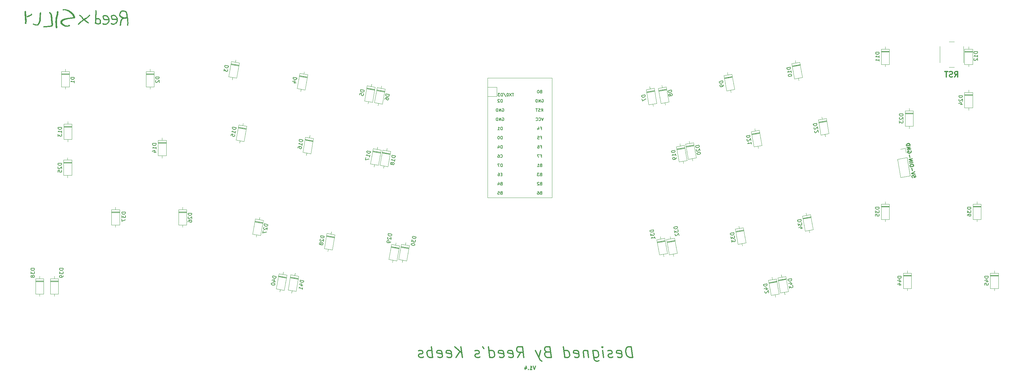
<source format=gbo>
G04 #@! TF.GenerationSoftware,KiCad,Pcbnew,(6.0.7)*
G04 #@! TF.CreationDate,2022-12-13T23:16:33-05:00*
G04 #@! TF.ProjectId,alish40,616c6973-6834-4302-9e6b-696361645f70,rev?*
G04 #@! TF.SameCoordinates,Original*
G04 #@! TF.FileFunction,Legend,Bot*
G04 #@! TF.FilePolarity,Positive*
%FSLAX46Y46*%
G04 Gerber Fmt 4.6, Leading zero omitted, Abs format (unit mm)*
G04 Created by KiCad (PCBNEW (6.0.7)) date 2022-12-13 23:16:33*
%MOMM*%
%LPD*%
G01*
G04 APERTURE LIST*
G04 Aperture macros list*
%AMHorizOval*
0 Thick line with rounded ends*
0 $1 width*
0 $2 $3 position (X,Y) of the first rounded end (center of the circle)*
0 $4 $5 position (X,Y) of the second rounded end (center of the circle)*
0 Add line between two ends*
20,1,$1,$2,$3,$4,$5,0*
0 Add two circle primitives to create the rounded ends*
1,1,$1,$2,$3*
1,1,$1,$4,$5*%
%AMRotRect*
0 Rectangle, with rotation*
0 The origin of the aperture is its center*
0 $1 length*
0 $2 width*
0 $3 Rotation angle, in degrees counterclockwise*
0 Add horizontal line*
21,1,$1,$2,0,0,$3*%
G04 Aperture macros list end*
%ADD10C,0.300000*%
%ADD11C,0.250000*%
%ADD12C,0.150000*%
%ADD13C,0.100000*%
%ADD14C,0.120000*%
%ADD15R,1.752600X1.752600*%
%ADD16C,1.752600*%
%ADD17C,4.000000*%
%ADD18C,1.700000*%
%ADD19C,2.200000*%
%ADD20C,3.050000*%
%ADD21RotRect,3.200000X2.000000X80.000000*%
%ADD22RotRect,2.000000X2.000000X80.000000*%
%ADD23C,2.000000*%
%ADD24RotRect,1.600000X1.600000X260.000000*%
%ADD25HorizOval,1.600000X0.000000X0.000000X0.000000X0.000000X0*%
%ADD26R,1.600000X1.600000*%
%ADD27O,1.600000X1.600000*%
%ADD28RotRect,1.600000X1.600000X280.000000*%
%ADD29HorizOval,1.600000X0.000000X0.000000X0.000000X0.000000X0*%
%ADD30RotRect,1.700000X1.700000X190.000000*%
%ADD31HorizOval,1.700000X0.000000X0.000000X0.000000X0.000000X0*%
G04 APERTURE END LIST*
D10*
X250092589Y-166097142D02*
X249717589Y-163097142D01*
X249003303Y-163097142D01*
X248592589Y-163240000D01*
X248342589Y-163525714D01*
X248235446Y-163811428D01*
X248164017Y-164382857D01*
X248217589Y-164811428D01*
X248431875Y-165382857D01*
X248610446Y-165668571D01*
X248931875Y-165954285D01*
X249378303Y-166097142D01*
X250092589Y-166097142D01*
X245931875Y-165954285D02*
X246235446Y-166097142D01*
X246806875Y-166097142D01*
X247074732Y-165954285D01*
X247181875Y-165668571D01*
X247039017Y-164525714D01*
X246860446Y-164240000D01*
X246556875Y-164097142D01*
X245985446Y-164097142D01*
X245717589Y-164240000D01*
X245610446Y-164525714D01*
X245646160Y-164811428D01*
X247110446Y-165097142D01*
X244646160Y-165954285D02*
X244378303Y-166097142D01*
X243806875Y-166097142D01*
X243503303Y-165954285D01*
X243324732Y-165668571D01*
X243306875Y-165525714D01*
X243414017Y-165240000D01*
X243681875Y-165097142D01*
X244110446Y-165097142D01*
X244378303Y-164954285D01*
X244485446Y-164668571D01*
X244467589Y-164525714D01*
X244289017Y-164240000D01*
X243985446Y-164097142D01*
X243556875Y-164097142D01*
X243289017Y-164240000D01*
X242092589Y-166097142D02*
X241842589Y-164097142D01*
X241717589Y-163097142D02*
X241878303Y-163240000D01*
X241753303Y-163382857D01*
X241592589Y-163240000D01*
X241717589Y-163097142D01*
X241753303Y-163382857D01*
X239128303Y-164097142D02*
X239431875Y-166525714D01*
X239610446Y-166811428D01*
X239771160Y-166954285D01*
X240074732Y-167097142D01*
X240503303Y-167097142D01*
X240771160Y-166954285D01*
X239360446Y-165954285D02*
X239664017Y-166097142D01*
X240235446Y-166097142D01*
X240503303Y-165954285D01*
X240628303Y-165811428D01*
X240735446Y-165525714D01*
X240628303Y-164668571D01*
X240449732Y-164382857D01*
X240289017Y-164240000D01*
X239985446Y-164097142D01*
X239414017Y-164097142D01*
X239146160Y-164240000D01*
X237699732Y-164097142D02*
X237949732Y-166097142D01*
X237735446Y-164382857D02*
X237574732Y-164240000D01*
X237271160Y-164097142D01*
X236842589Y-164097142D01*
X236574732Y-164240000D01*
X236467589Y-164525714D01*
X236664017Y-166097142D01*
X234074732Y-165954285D02*
X234378303Y-166097142D01*
X234949732Y-166097142D01*
X235217589Y-165954285D01*
X235324732Y-165668571D01*
X235181875Y-164525714D01*
X235003303Y-164240000D01*
X234699732Y-164097142D01*
X234128303Y-164097142D01*
X233860446Y-164240000D01*
X233753303Y-164525714D01*
X233789017Y-164811428D01*
X235253303Y-165097142D01*
X231378303Y-166097142D02*
X231003303Y-163097142D01*
X231360446Y-165954285D02*
X231664017Y-166097142D01*
X232235446Y-166097142D01*
X232503303Y-165954285D01*
X232628303Y-165811428D01*
X232735446Y-165525714D01*
X232628303Y-164668571D01*
X232449732Y-164382857D01*
X232289017Y-164240000D01*
X231985446Y-164097142D01*
X231414017Y-164097142D01*
X231146160Y-164240000D01*
X226467589Y-164525714D02*
X226056875Y-164668571D01*
X225931875Y-164811428D01*
X225824732Y-165097142D01*
X225878303Y-165525714D01*
X226056875Y-165811428D01*
X226217589Y-165954285D01*
X226521160Y-166097142D01*
X227664017Y-166097142D01*
X227289017Y-163097142D01*
X226289017Y-163097142D01*
X226021160Y-163240000D01*
X225896160Y-163382857D01*
X225789017Y-163668571D01*
X225824732Y-163954285D01*
X226003303Y-164240000D01*
X226164017Y-164382857D01*
X226467589Y-164525714D01*
X227467589Y-164525714D01*
X224699732Y-164097142D02*
X224235446Y-166097142D01*
X223271160Y-164097142D02*
X224235446Y-166097142D01*
X224610446Y-166811428D01*
X224771160Y-166954285D01*
X225074732Y-167097142D01*
X218378303Y-166097142D02*
X219199732Y-164668571D01*
X220092589Y-166097142D02*
X219717589Y-163097142D01*
X218574732Y-163097142D01*
X218306875Y-163240000D01*
X218181875Y-163382857D01*
X218074732Y-163668571D01*
X218128303Y-164097142D01*
X218306875Y-164382857D01*
X218467589Y-164525714D01*
X218771160Y-164668571D01*
X219914017Y-164668571D01*
X215931875Y-165954285D02*
X216235446Y-166097142D01*
X216806875Y-166097142D01*
X217074732Y-165954285D01*
X217181875Y-165668571D01*
X217039017Y-164525714D01*
X216860446Y-164240000D01*
X216556875Y-164097142D01*
X215985446Y-164097142D01*
X215717589Y-164240000D01*
X215610446Y-164525714D01*
X215646160Y-164811428D01*
X217110446Y-165097142D01*
X213360446Y-165954285D02*
X213664017Y-166097142D01*
X214235446Y-166097142D01*
X214503303Y-165954285D01*
X214610446Y-165668571D01*
X214467589Y-164525714D01*
X214289017Y-164240000D01*
X213985446Y-164097142D01*
X213414017Y-164097142D01*
X213146160Y-164240000D01*
X213039017Y-164525714D01*
X213074732Y-164811428D01*
X214539017Y-165097142D01*
X210664017Y-166097142D02*
X210289017Y-163097142D01*
X210646160Y-165954285D02*
X210949732Y-166097142D01*
X211521160Y-166097142D01*
X211789017Y-165954285D01*
X211914017Y-165811428D01*
X212021160Y-165525714D01*
X211914017Y-164668571D01*
X211735446Y-164382857D01*
X211574732Y-164240000D01*
X211271160Y-164097142D01*
X210699732Y-164097142D01*
X210431875Y-164240000D01*
X208717589Y-163097142D02*
X209074732Y-163668571D01*
X207931875Y-165954285D02*
X207664017Y-166097142D01*
X207092589Y-166097142D01*
X206789017Y-165954285D01*
X206610446Y-165668571D01*
X206592589Y-165525714D01*
X206699732Y-165240000D01*
X206967589Y-165097142D01*
X207396160Y-165097142D01*
X207664017Y-164954285D01*
X207771160Y-164668571D01*
X207753303Y-164525714D01*
X207574732Y-164240000D01*
X207271160Y-164097142D01*
X206842589Y-164097142D01*
X206574732Y-164240000D01*
X203092589Y-166097142D02*
X202717589Y-163097142D01*
X201378303Y-166097142D02*
X202449732Y-164382857D01*
X201003303Y-163097142D02*
X202931875Y-164811428D01*
X198931875Y-165954285D02*
X199235446Y-166097142D01*
X199806875Y-166097142D01*
X200074732Y-165954285D01*
X200181875Y-165668571D01*
X200039017Y-164525714D01*
X199860446Y-164240000D01*
X199556875Y-164097142D01*
X198985446Y-164097142D01*
X198717589Y-164240000D01*
X198610446Y-164525714D01*
X198646160Y-164811428D01*
X200110446Y-165097142D01*
X196360446Y-165954285D02*
X196664017Y-166097142D01*
X197235446Y-166097142D01*
X197503303Y-165954285D01*
X197610446Y-165668571D01*
X197467589Y-164525714D01*
X197289017Y-164240000D01*
X196985446Y-164097142D01*
X196414017Y-164097142D01*
X196146160Y-164240000D01*
X196039017Y-164525714D01*
X196074732Y-164811428D01*
X197539017Y-165097142D01*
X194949732Y-166097142D02*
X194574732Y-163097142D01*
X194717589Y-164240000D02*
X194414017Y-164097142D01*
X193842589Y-164097142D01*
X193574732Y-164240000D01*
X193449732Y-164382857D01*
X193342589Y-164668571D01*
X193449732Y-165525714D01*
X193628303Y-165811428D01*
X193789017Y-165954285D01*
X194092589Y-166097142D01*
X194664017Y-166097142D01*
X194931875Y-165954285D01*
X192360446Y-165954285D02*
X192092589Y-166097142D01*
X191521160Y-166097142D01*
X191217589Y-165954285D01*
X191039017Y-165668571D01*
X191021160Y-165525714D01*
X191128303Y-165240000D01*
X191396160Y-165097142D01*
X191824732Y-165097142D01*
X192092589Y-164954285D01*
X192199732Y-164668571D01*
X192181875Y-164525714D01*
X192003303Y-164240000D01*
X191699732Y-164097142D01*
X191271160Y-164097142D01*
X191003303Y-164240000D01*
D11*
X328071102Y-115755168D02*
X328153792Y-116224124D01*
X327693105Y-116353709D01*
X327731731Y-116298544D01*
X327762089Y-116196484D01*
X327720744Y-115962006D01*
X327657311Y-115876484D01*
X327602146Y-115837857D01*
X327500086Y-115807500D01*
X327265608Y-115848844D01*
X327180085Y-115912278D01*
X327141459Y-115967443D01*
X327111101Y-116069503D01*
X327152446Y-116303981D01*
X327215879Y-116389503D01*
X327271044Y-116428130D01*
X328013219Y-115426898D02*
X326970529Y-115272277D01*
X327897454Y-114770360D01*
X327229928Y-114549587D02*
X327097625Y-113799257D01*
X326639770Y-113396453D02*
X327624578Y-113222805D01*
X327583233Y-112988327D01*
X327511531Y-112855909D01*
X327401202Y-112778656D01*
X327299142Y-112748298D01*
X327103290Y-112734478D01*
X326962603Y-112759285D01*
X326783290Y-112839257D01*
X326697768Y-112902690D01*
X326620514Y-113013019D01*
X326598426Y-113161975D01*
X326639770Y-113396453D01*
X326466122Y-112411645D02*
X327450930Y-112237997D01*
X326383433Y-111942689D02*
X327368240Y-111769041D01*
X326284205Y-111379942D01*
X327269013Y-111206294D01*
X326576680Y-110844834D02*
X326444377Y-110094504D01*
X326833476Y-109010469D02*
X326896910Y-109095991D01*
X326921716Y-109236678D01*
X326899628Y-109385634D01*
X326822374Y-109495963D01*
X326736852Y-109559397D01*
X326557539Y-109639368D01*
X326416852Y-109664175D01*
X326221001Y-109650355D01*
X326118940Y-109619998D01*
X326008611Y-109542744D01*
X325936909Y-109410326D01*
X325920371Y-109316535D01*
X325942460Y-109167579D01*
X325981086Y-109112415D01*
X326309355Y-109054532D01*
X326342431Y-109242115D01*
X325812874Y-108706892D02*
X326797682Y-108533244D01*
X325713647Y-108144145D01*
X326698455Y-107970497D01*
X325630957Y-107675189D02*
X326615765Y-107501541D01*
X326574420Y-107267063D01*
X326502718Y-107134645D01*
X326392388Y-107057392D01*
X326290328Y-107027034D01*
X326094477Y-107013214D01*
X325953790Y-107038021D01*
X325774477Y-107117993D01*
X325688954Y-107181426D01*
X325611701Y-107291755D01*
X325589612Y-107440711D01*
X325630957Y-107675189D01*
X223243809Y-168392380D02*
X222910476Y-169392380D01*
X222577142Y-168392380D01*
X221720000Y-169392380D02*
X222291428Y-169392380D01*
X222005714Y-169392380D02*
X222005714Y-168392380D01*
X222100952Y-168535238D01*
X222196190Y-168630476D01*
X222291428Y-168678095D01*
X221291428Y-169297142D02*
X221243809Y-169344761D01*
X221291428Y-169392380D01*
X221339047Y-169344761D01*
X221291428Y-169297142D01*
X221291428Y-169392380D01*
X220386666Y-168725714D02*
X220386666Y-169392380D01*
X220624761Y-168344761D02*
X220862857Y-169059047D01*
X220243809Y-169059047D01*
D10*
X338951428Y-88678571D02*
X339451428Y-87964285D01*
X339808571Y-88678571D02*
X339808571Y-87178571D01*
X339237142Y-87178571D01*
X339094285Y-87250000D01*
X339022857Y-87321428D01*
X338951428Y-87464285D01*
X338951428Y-87678571D01*
X339022857Y-87821428D01*
X339094285Y-87892857D01*
X339237142Y-87964285D01*
X339808571Y-87964285D01*
X338380000Y-88607142D02*
X338165714Y-88678571D01*
X337808571Y-88678571D01*
X337665714Y-88607142D01*
X337594285Y-88535714D01*
X337522857Y-88392857D01*
X337522857Y-88250000D01*
X337594285Y-88107142D01*
X337665714Y-88035714D01*
X337808571Y-87964285D01*
X338094285Y-87892857D01*
X338237142Y-87821428D01*
X338308571Y-87750000D01*
X338380000Y-87607142D01*
X338380000Y-87464285D01*
X338308571Y-87321428D01*
X338237142Y-87250000D01*
X338094285Y-87178571D01*
X337737142Y-87178571D01*
X337522857Y-87250000D01*
X337094285Y-87178571D02*
X336237142Y-87178571D01*
X336665714Y-88678571D02*
X336665714Y-87178571D01*
D12*
X213832809Y-120653544D02*
X213718523Y-120691639D01*
X213680428Y-120729734D01*
X213642333Y-120805925D01*
X213642333Y-120920210D01*
X213680428Y-120996401D01*
X213718523Y-121034496D01*
X213794714Y-121072591D01*
X214099476Y-121072591D01*
X214099476Y-120272591D01*
X213832809Y-120272591D01*
X213756619Y-120310687D01*
X213718523Y-120348782D01*
X213680428Y-120424972D01*
X213680428Y-120501163D01*
X213718523Y-120577353D01*
X213756619Y-120615448D01*
X213832809Y-120653544D01*
X214099476Y-120653544D01*
X212918523Y-120272591D02*
X213299476Y-120272591D01*
X213337571Y-120653544D01*
X213299476Y-120615448D01*
X213223285Y-120577353D01*
X213032809Y-120577353D01*
X212956619Y-120615448D01*
X212918523Y-120653544D01*
X212880428Y-120729734D01*
X212880428Y-120920210D01*
X212918523Y-120996401D01*
X212956619Y-121034496D01*
X213032809Y-121072591D01*
X213223285Y-121072591D01*
X213299476Y-121034496D01*
X213337571Y-120996401D01*
X214099476Y-105832591D02*
X214099476Y-105032591D01*
X213909000Y-105032591D01*
X213794714Y-105070687D01*
X213718523Y-105146877D01*
X213680428Y-105223067D01*
X213642333Y-105375448D01*
X213642333Y-105489734D01*
X213680428Y-105642115D01*
X213718523Y-105718306D01*
X213794714Y-105794496D01*
X213909000Y-105832591D01*
X214099476Y-105832591D01*
X213147095Y-105032591D02*
X213070904Y-105032591D01*
X212994714Y-105070687D01*
X212956619Y-105108782D01*
X212918523Y-105184972D01*
X212880428Y-105337353D01*
X212880428Y-105527829D01*
X212918523Y-105680210D01*
X212956619Y-105756401D01*
X212994714Y-105794496D01*
X213070904Y-105832591D01*
X213147095Y-105832591D01*
X213223285Y-105794496D01*
X213261380Y-105756401D01*
X213299476Y-105680210D01*
X213337571Y-105527829D01*
X213337571Y-105337353D01*
X213299476Y-105184972D01*
X213261380Y-105108782D01*
X213223285Y-105070687D01*
X213147095Y-105032591D01*
X224697666Y-105413544D02*
X224964333Y-105413544D01*
X224964333Y-105832591D02*
X224964333Y-105032591D01*
X224583380Y-105032591D01*
X223897666Y-105032591D02*
X224278619Y-105032591D01*
X224316714Y-105413544D01*
X224278619Y-105375448D01*
X224202428Y-105337353D01*
X224011952Y-105337353D01*
X223935761Y-105375448D01*
X223897666Y-105413544D01*
X223859571Y-105489734D01*
X223859571Y-105680210D01*
X223897666Y-105756401D01*
X223935761Y-105794496D01*
X224011952Y-105832591D01*
X224202428Y-105832591D01*
X224278619Y-105794496D01*
X224316714Y-105756401D01*
X214099476Y-95672591D02*
X214099476Y-94872591D01*
X213909000Y-94872591D01*
X213794714Y-94910687D01*
X213718523Y-94986877D01*
X213680428Y-95063067D01*
X213642333Y-95215448D01*
X213642333Y-95329734D01*
X213680428Y-95482115D01*
X213718523Y-95558306D01*
X213794714Y-95634496D01*
X213909000Y-95672591D01*
X214099476Y-95672591D01*
X213337571Y-94948782D02*
X213299476Y-94910687D01*
X213223285Y-94872591D01*
X213032809Y-94872591D01*
X212956619Y-94910687D01*
X212918523Y-94948782D01*
X212880428Y-95024972D01*
X212880428Y-95101163D01*
X212918523Y-95215448D01*
X213375666Y-95672591D01*
X212880428Y-95672591D01*
X225497666Y-99952591D02*
X225231000Y-100752591D01*
X224964333Y-99952591D01*
X224240523Y-100676401D02*
X224278619Y-100714496D01*
X224392904Y-100752591D01*
X224469095Y-100752591D01*
X224583380Y-100714496D01*
X224659571Y-100638306D01*
X224697666Y-100562115D01*
X224735761Y-100409734D01*
X224735761Y-100295448D01*
X224697666Y-100143067D01*
X224659571Y-100066877D01*
X224583380Y-99990687D01*
X224469095Y-99952591D01*
X224392904Y-99952591D01*
X224278619Y-99990687D01*
X224240523Y-100028782D01*
X223440523Y-100676401D02*
X223478619Y-100714496D01*
X223592904Y-100752591D01*
X223669095Y-100752591D01*
X223783380Y-100714496D01*
X223859571Y-100638306D01*
X223897666Y-100562115D01*
X223935761Y-100409734D01*
X223935761Y-100295448D01*
X223897666Y-100143067D01*
X223859571Y-100066877D01*
X223783380Y-99990687D01*
X223669095Y-99952591D01*
X223592904Y-99952591D01*
X223478619Y-99990687D01*
X223440523Y-100028782D01*
X214099476Y-113452591D02*
X214099476Y-112652591D01*
X213909000Y-112652591D01*
X213794714Y-112690687D01*
X213718523Y-112766877D01*
X213680428Y-112843067D01*
X213642333Y-112995448D01*
X213642333Y-113109734D01*
X213680428Y-113262115D01*
X213718523Y-113338306D01*
X213794714Y-113414496D01*
X213909000Y-113452591D01*
X214099476Y-113452591D01*
X213375666Y-112652591D02*
X212842333Y-112652591D01*
X213185190Y-113452591D01*
X224754807Y-120653544D02*
X224640521Y-120691639D01*
X224602426Y-120729734D01*
X224564331Y-120805925D01*
X224564331Y-120920210D01*
X224602426Y-120996401D01*
X224640521Y-121034496D01*
X224716712Y-121072591D01*
X225021474Y-121072591D01*
X225021474Y-120272591D01*
X224754807Y-120272591D01*
X224678617Y-120310687D01*
X224640521Y-120348782D01*
X224602426Y-120424972D01*
X224602426Y-120501163D01*
X224640521Y-120577353D01*
X224678617Y-120615448D01*
X224754807Y-120653544D01*
X225021474Y-120653544D01*
X223878617Y-120272591D02*
X224030998Y-120272591D01*
X224107188Y-120310687D01*
X224145283Y-120348782D01*
X224221474Y-120463067D01*
X224259569Y-120615448D01*
X224259569Y-120920210D01*
X224221474Y-120996401D01*
X224183378Y-121034496D01*
X224107188Y-121072591D01*
X223954807Y-121072591D01*
X223878617Y-121034496D01*
X223840521Y-120996401D01*
X223802426Y-120920210D01*
X223802426Y-120729734D01*
X223840521Y-120653544D01*
X223878617Y-120615448D01*
X223954807Y-120577353D01*
X224107188Y-120577353D01*
X224183378Y-120615448D01*
X224221474Y-120653544D01*
X224259569Y-120729734D01*
X224697666Y-107953544D02*
X224964333Y-107953544D01*
X224964333Y-108372591D02*
X224964333Y-107572591D01*
X224583380Y-107572591D01*
X223935761Y-107572591D02*
X224088142Y-107572591D01*
X224164333Y-107610687D01*
X224202428Y-107648782D01*
X224278619Y-107763067D01*
X224316714Y-107915448D01*
X224316714Y-108220210D01*
X224278619Y-108296401D01*
X224240523Y-108334496D01*
X224164333Y-108372591D01*
X224011952Y-108372591D01*
X223935761Y-108334496D01*
X223897666Y-108296401D01*
X223859571Y-108220210D01*
X223859571Y-108029734D01*
X223897666Y-107953544D01*
X223935761Y-107915448D01*
X224011952Y-107877353D01*
X224164333Y-107877353D01*
X224240523Y-107915448D01*
X224278619Y-107953544D01*
X224316714Y-108029734D01*
X214061380Y-115573544D02*
X213794714Y-115573544D01*
X213680428Y-115992591D02*
X214061380Y-115992591D01*
X214061380Y-115192591D01*
X213680428Y-115192591D01*
X212994714Y-115192591D02*
X213147095Y-115192591D01*
X213223285Y-115230687D01*
X213261380Y-115268782D01*
X213337571Y-115383067D01*
X213375666Y-115535448D01*
X213375666Y-115840210D01*
X213337571Y-115916401D01*
X213299476Y-115954496D01*
X213223285Y-115992591D01*
X213070904Y-115992591D01*
X212994714Y-115954496D01*
X212956619Y-115916401D01*
X212918523Y-115840210D01*
X212918523Y-115649734D01*
X212956619Y-115573544D01*
X212994714Y-115535448D01*
X213070904Y-115497353D01*
X213223285Y-115497353D01*
X213299476Y-115535448D01*
X213337571Y-115573544D01*
X213375666Y-115649734D01*
X214099476Y-108372591D02*
X214099476Y-107572591D01*
X213909000Y-107572591D01*
X213794714Y-107610687D01*
X213718523Y-107686877D01*
X213680428Y-107763067D01*
X213642333Y-107915448D01*
X213642333Y-108029734D01*
X213680428Y-108182115D01*
X213718523Y-108258306D01*
X213794714Y-108334496D01*
X213909000Y-108372591D01*
X214099476Y-108372591D01*
X212956619Y-107839258D02*
X212956619Y-108372591D01*
X213147095Y-107534496D02*
X213337571Y-108105925D01*
X212842333Y-108105925D01*
X224543333Y-98154496D02*
X224429047Y-98192591D01*
X224238571Y-98192591D01*
X224162380Y-98154496D01*
X224124285Y-98116401D01*
X224086190Y-98040210D01*
X224086190Y-97964020D01*
X224124285Y-97887829D01*
X224162380Y-97849734D01*
X224238571Y-97811639D01*
X224390952Y-97773544D01*
X224467142Y-97735448D01*
X224505238Y-97697353D01*
X224543333Y-97621163D01*
X224543333Y-97544972D01*
X224505238Y-97468782D01*
X224467142Y-97430687D01*
X224390952Y-97392591D01*
X224200476Y-97392591D01*
X224086190Y-97430687D01*
X223857619Y-97392591D02*
X223400476Y-97392591D01*
X223629047Y-98192591D02*
X223629047Y-97392591D01*
X224697666Y-102873544D02*
X224964333Y-102873544D01*
X224964333Y-103292591D02*
X224964333Y-102492591D01*
X224583380Y-102492591D01*
X223935761Y-102759258D02*
X223935761Y-103292591D01*
X224126238Y-102454496D02*
X224316714Y-103025925D01*
X223821476Y-103025925D01*
X214118523Y-99990687D02*
X214194714Y-99952591D01*
X214309000Y-99952591D01*
X214423285Y-99990687D01*
X214499476Y-100066877D01*
X214537571Y-100143067D01*
X214575666Y-100295448D01*
X214575666Y-100409734D01*
X214537571Y-100562115D01*
X214499476Y-100638306D01*
X214423285Y-100714496D01*
X214309000Y-100752591D01*
X214232809Y-100752591D01*
X214118523Y-100714496D01*
X214080428Y-100676401D01*
X214080428Y-100409734D01*
X214232809Y-100409734D01*
X213737571Y-100752591D02*
X213737571Y-99952591D01*
X213280428Y-100752591D01*
X213280428Y-99952591D01*
X212899476Y-100752591D02*
X212899476Y-99952591D01*
X212709000Y-99952591D01*
X212594714Y-99990687D01*
X212518523Y-100066877D01*
X212480428Y-100143067D01*
X212442333Y-100295448D01*
X212442333Y-100409734D01*
X212480428Y-100562115D01*
X212518523Y-100638306D01*
X212594714Y-100714496D01*
X212709000Y-100752591D01*
X212899476Y-100752591D01*
X214099476Y-103292591D02*
X214099476Y-102492591D01*
X213909000Y-102492591D01*
X213794714Y-102530687D01*
X213718523Y-102606877D01*
X213680428Y-102683067D01*
X213642333Y-102835448D01*
X213642333Y-102949734D01*
X213680428Y-103102115D01*
X213718523Y-103178306D01*
X213794714Y-103254496D01*
X213909000Y-103292591D01*
X214099476Y-103292591D01*
X212880428Y-103292591D02*
X213337571Y-103292591D01*
X213109000Y-103292591D02*
X213109000Y-102492591D01*
X213185190Y-102606877D01*
X213261380Y-102683067D01*
X213337571Y-102721163D01*
X217290476Y-93161904D02*
X216833333Y-93161904D01*
X217061904Y-93961904D02*
X217061904Y-93161904D01*
X216642857Y-93161904D02*
X216109523Y-93961904D01*
X216109523Y-93161904D02*
X216642857Y-93961904D01*
X215652380Y-93161904D02*
X215576190Y-93161904D01*
X215500000Y-93200000D01*
X215461904Y-93238095D01*
X215423809Y-93314285D01*
X215385714Y-93466666D01*
X215385714Y-93657142D01*
X215423809Y-93809523D01*
X215461904Y-93885714D01*
X215500000Y-93923809D01*
X215576190Y-93961904D01*
X215652380Y-93961904D01*
X215728571Y-93923809D01*
X215766666Y-93885714D01*
X215804761Y-93809523D01*
X215842857Y-93657142D01*
X215842857Y-93466666D01*
X215804761Y-93314285D01*
X215766666Y-93238095D01*
X215728571Y-93200000D01*
X215652380Y-93161904D01*
X214471428Y-93123809D02*
X215157142Y-94152380D01*
X214204761Y-93961904D02*
X214204761Y-93161904D01*
X214014285Y-93161904D01*
X213900000Y-93200000D01*
X213823809Y-93276190D01*
X213785714Y-93352380D01*
X213747619Y-93504761D01*
X213747619Y-93619047D01*
X213785714Y-93771428D01*
X213823809Y-93847619D01*
X213900000Y-93923809D01*
X214014285Y-93961904D01*
X214204761Y-93961904D01*
X213480952Y-93161904D02*
X212985714Y-93161904D01*
X213252380Y-93466666D01*
X213138095Y-93466666D01*
X213061904Y-93504761D01*
X213023809Y-93542857D01*
X212985714Y-93619047D01*
X212985714Y-93809523D01*
X213023809Y-93885714D01*
X213061904Y-93923809D01*
X213138095Y-93961904D01*
X213366666Y-93961904D01*
X213442857Y-93923809D01*
X213480952Y-93885714D01*
X214118523Y-97450687D02*
X214194714Y-97412591D01*
X214309000Y-97412591D01*
X214423285Y-97450687D01*
X214499476Y-97526877D01*
X214537571Y-97603067D01*
X214575666Y-97755448D01*
X214575666Y-97869734D01*
X214537571Y-98022115D01*
X214499476Y-98098306D01*
X214423285Y-98174496D01*
X214309000Y-98212591D01*
X214232809Y-98212591D01*
X214118523Y-98174496D01*
X214080428Y-98136401D01*
X214080428Y-97869734D01*
X214232809Y-97869734D01*
X213737571Y-98212591D02*
X213737571Y-97412591D01*
X213280428Y-98212591D01*
X213280428Y-97412591D01*
X212899476Y-98212591D02*
X212899476Y-97412591D01*
X212709000Y-97412591D01*
X212594714Y-97450687D01*
X212518523Y-97526877D01*
X212480428Y-97603067D01*
X212442333Y-97755448D01*
X212442333Y-97869734D01*
X212480428Y-98022115D01*
X212518523Y-98098306D01*
X212594714Y-98174496D01*
X212709000Y-98212591D01*
X212899476Y-98212591D01*
X224754809Y-115573544D02*
X224640523Y-115611639D01*
X224602428Y-115649734D01*
X224564333Y-115725925D01*
X224564333Y-115840210D01*
X224602428Y-115916401D01*
X224640523Y-115954496D01*
X224716714Y-115992591D01*
X225021476Y-115992591D01*
X225021476Y-115192591D01*
X224754809Y-115192591D01*
X224678619Y-115230687D01*
X224640523Y-115268782D01*
X224602428Y-115344972D01*
X224602428Y-115421163D01*
X224640523Y-115497353D01*
X224678619Y-115535448D01*
X224754809Y-115573544D01*
X225021476Y-115573544D01*
X224297666Y-115192591D02*
X223802428Y-115192591D01*
X224069095Y-115497353D01*
X223954809Y-115497353D01*
X223878619Y-115535448D01*
X223840523Y-115573544D01*
X223802428Y-115649734D01*
X223802428Y-115840210D01*
X223840523Y-115916401D01*
X223878619Y-115954496D01*
X223954809Y-115992591D01*
X224183380Y-115992591D01*
X224259571Y-115954496D01*
X224297666Y-115916401D01*
X224754809Y-118113544D02*
X224640523Y-118151639D01*
X224602428Y-118189734D01*
X224564333Y-118265925D01*
X224564333Y-118380210D01*
X224602428Y-118456401D01*
X224640523Y-118494496D01*
X224716714Y-118532591D01*
X225021476Y-118532591D01*
X225021476Y-117732591D01*
X224754809Y-117732591D01*
X224678619Y-117770687D01*
X224640523Y-117808782D01*
X224602428Y-117884972D01*
X224602428Y-117961163D01*
X224640523Y-118037353D01*
X224678619Y-118075448D01*
X224754809Y-118113544D01*
X225021476Y-118113544D01*
X224259571Y-117808782D02*
X224221476Y-117770687D01*
X224145285Y-117732591D01*
X223954809Y-117732591D01*
X223878619Y-117770687D01*
X223840523Y-117808782D01*
X223802428Y-117884972D01*
X223802428Y-117961163D01*
X223840523Y-118075448D01*
X224297666Y-118532591D01*
X223802428Y-118532591D01*
X213642333Y-110836401D02*
X213680428Y-110874496D01*
X213794714Y-110912591D01*
X213870904Y-110912591D01*
X213985190Y-110874496D01*
X214061380Y-110798306D01*
X214099476Y-110722115D01*
X214137571Y-110569734D01*
X214137571Y-110455448D01*
X214099476Y-110303067D01*
X214061380Y-110226877D01*
X213985190Y-110150687D01*
X213870904Y-110112591D01*
X213794714Y-110112591D01*
X213680428Y-110150687D01*
X213642333Y-110188782D01*
X212956619Y-110112591D02*
X213109000Y-110112591D01*
X213185190Y-110150687D01*
X213223285Y-110188782D01*
X213299476Y-110303067D01*
X213337571Y-110455448D01*
X213337571Y-110760210D01*
X213299476Y-110836401D01*
X213261380Y-110874496D01*
X213185190Y-110912591D01*
X213032809Y-110912591D01*
X212956619Y-110874496D01*
X212918523Y-110836401D01*
X212880428Y-110760210D01*
X212880428Y-110569734D01*
X212918523Y-110493544D01*
X212956619Y-110455448D01*
X213032809Y-110417353D01*
X213185190Y-110417353D01*
X213261380Y-110455448D01*
X213299476Y-110493544D01*
X213337571Y-110569734D01*
X225040523Y-94910687D02*
X225116714Y-94872591D01*
X225231000Y-94872591D01*
X225345285Y-94910687D01*
X225421476Y-94986877D01*
X225459571Y-95063067D01*
X225497666Y-95215448D01*
X225497666Y-95329734D01*
X225459571Y-95482115D01*
X225421476Y-95558306D01*
X225345285Y-95634496D01*
X225231000Y-95672591D01*
X225154809Y-95672591D01*
X225040523Y-95634496D01*
X225002428Y-95596401D01*
X225002428Y-95329734D01*
X225154809Y-95329734D01*
X224659571Y-95672591D02*
X224659571Y-94872591D01*
X224202428Y-95672591D01*
X224202428Y-94872591D01*
X223821476Y-95672591D02*
X223821476Y-94872591D01*
X223631000Y-94872591D01*
X223516714Y-94910687D01*
X223440523Y-94986877D01*
X223402428Y-95063067D01*
X223364333Y-95215448D01*
X223364333Y-95329734D01*
X223402428Y-95482115D01*
X223440523Y-95558306D01*
X223516714Y-95634496D01*
X223631000Y-95672591D01*
X223821476Y-95672591D01*
X224754809Y-113033544D02*
X224640523Y-113071639D01*
X224602428Y-113109734D01*
X224564333Y-113185925D01*
X224564333Y-113300210D01*
X224602428Y-113376401D01*
X224640523Y-113414496D01*
X224716714Y-113452591D01*
X225021476Y-113452591D01*
X225021476Y-112652591D01*
X224754809Y-112652591D01*
X224678619Y-112690687D01*
X224640523Y-112728782D01*
X224602428Y-112804972D01*
X224602428Y-112881163D01*
X224640523Y-112957353D01*
X224678619Y-112995448D01*
X224754809Y-113033544D01*
X225021476Y-113033544D01*
X223802428Y-113452591D02*
X224259571Y-113452591D01*
X224031000Y-113452591D02*
X224031000Y-112652591D01*
X224107190Y-112766877D01*
X224183380Y-112843067D01*
X224259571Y-112881163D01*
X213832809Y-118113544D02*
X213718523Y-118151639D01*
X213680428Y-118189734D01*
X213642333Y-118265925D01*
X213642333Y-118380210D01*
X213680428Y-118456401D01*
X213718523Y-118494496D01*
X213794714Y-118532591D01*
X214099476Y-118532591D01*
X214099476Y-117732591D01*
X213832809Y-117732591D01*
X213756619Y-117770687D01*
X213718523Y-117808782D01*
X213680428Y-117884972D01*
X213680428Y-117961163D01*
X213718523Y-118037353D01*
X213756619Y-118075448D01*
X213832809Y-118113544D01*
X214099476Y-118113544D01*
X212956619Y-117999258D02*
X212956619Y-118532591D01*
X213147095Y-117694496D02*
X213337571Y-118265925D01*
X212842333Y-118265925D01*
X224754809Y-92713544D02*
X224640523Y-92751639D01*
X224602428Y-92789734D01*
X224564333Y-92865925D01*
X224564333Y-92980210D01*
X224602428Y-93056401D01*
X224640523Y-93094496D01*
X224716714Y-93132591D01*
X225021476Y-93132591D01*
X225021476Y-92332591D01*
X224754809Y-92332591D01*
X224678619Y-92370687D01*
X224640523Y-92408782D01*
X224602428Y-92484972D01*
X224602428Y-92561163D01*
X224640523Y-92637353D01*
X224678619Y-92675448D01*
X224754809Y-92713544D01*
X225021476Y-92713544D01*
X224069095Y-92332591D02*
X223992904Y-92332591D01*
X223916714Y-92370687D01*
X223878619Y-92408782D01*
X223840523Y-92484972D01*
X223802428Y-92637353D01*
X223802428Y-92827829D01*
X223840523Y-92980210D01*
X223878619Y-93056401D01*
X223916714Y-93094496D01*
X223992904Y-93132591D01*
X224069095Y-93132591D01*
X224145285Y-93094496D01*
X224183380Y-93056401D01*
X224221476Y-92980210D01*
X224259571Y-92827829D01*
X224259571Y-92637353D01*
X224221476Y-92484972D01*
X224183380Y-92408782D01*
X224145285Y-92370687D01*
X224069095Y-92332591D01*
X224697666Y-110493544D02*
X224964333Y-110493544D01*
X224964333Y-110912591D02*
X224964333Y-110112591D01*
X224583380Y-110112591D01*
X224354809Y-110112591D02*
X223821476Y-110112591D01*
X224164333Y-110912591D01*
X151776974Y-143736700D02*
X150792167Y-143563051D01*
X150750822Y-143797530D01*
X150772910Y-143946485D01*
X150850164Y-144056814D01*
X150935686Y-144120248D01*
X151114999Y-144200219D01*
X151255686Y-144225026D01*
X151451538Y-144211207D01*
X151553598Y-144180849D01*
X151663927Y-144103596D01*
X151735629Y-143971178D01*
X151776974Y-143736700D01*
X150872367Y-145027802D02*
X151528905Y-145143568D01*
X150538547Y-144727173D02*
X151283326Y-144616729D01*
X151175829Y-145226372D01*
X150420063Y-145673354D02*
X150403525Y-145767145D01*
X150433883Y-145869205D01*
X150472510Y-145924370D01*
X150558032Y-145987803D01*
X150737345Y-146067775D01*
X150971823Y-146109120D01*
X151167675Y-146095300D01*
X151269735Y-146064942D01*
X151324900Y-146026315D01*
X151388333Y-145940793D01*
X151404871Y-145847002D01*
X151374513Y-145744942D01*
X151335887Y-145689777D01*
X151250364Y-145626344D01*
X151071051Y-145546372D01*
X150836573Y-145505027D01*
X150640722Y-145518847D01*
X150538661Y-145549205D01*
X150483497Y-145587832D01*
X150420063Y-145673354D01*
X92572380Y-102565714D02*
X91572380Y-102565714D01*
X91572380Y-102803809D01*
X91620000Y-102946666D01*
X91715238Y-103041904D01*
X91810476Y-103089523D01*
X92000952Y-103137142D01*
X92143809Y-103137142D01*
X92334285Y-103089523D01*
X92429523Y-103041904D01*
X92524761Y-102946666D01*
X92572380Y-102803809D01*
X92572380Y-102565714D01*
X92572380Y-104089523D02*
X92572380Y-103518095D01*
X92572380Y-103803809D02*
X91572380Y-103803809D01*
X91715238Y-103708571D01*
X91810476Y-103613333D01*
X91858095Y-103518095D01*
X91572380Y-104422857D02*
X91572380Y-105041904D01*
X91953333Y-104708571D01*
X91953333Y-104851428D01*
X92000952Y-104946666D01*
X92048571Y-104994285D01*
X92143809Y-105041904D01*
X92381904Y-105041904D01*
X92477142Y-104994285D01*
X92524761Y-104946666D01*
X92572380Y-104851428D01*
X92572380Y-104565714D01*
X92524761Y-104470476D01*
X92477142Y-104422857D01*
X253521146Y-93614814D02*
X252536338Y-93788463D01*
X252577683Y-94022941D01*
X252649385Y-94155359D01*
X252759715Y-94232612D01*
X252861775Y-94262970D01*
X253057626Y-94276789D01*
X253198313Y-94251982D01*
X253377626Y-94172011D01*
X253463149Y-94108577D01*
X253540402Y-93998248D01*
X253562491Y-93849292D01*
X253521146Y-93614814D01*
X252693448Y-94679479D02*
X252809214Y-95336018D01*
X253719601Y-94740309D01*
X92532380Y-112495714D02*
X91532380Y-112495714D01*
X91532380Y-112733809D01*
X91580000Y-112876666D01*
X91675238Y-112971904D01*
X91770476Y-113019523D01*
X91960952Y-113067142D01*
X92103809Y-113067142D01*
X92294285Y-113019523D01*
X92389523Y-112971904D01*
X92484761Y-112876666D01*
X92532380Y-112733809D01*
X92532380Y-112495714D01*
X91627619Y-113448095D02*
X91580000Y-113495714D01*
X91532380Y-113590952D01*
X91532380Y-113829047D01*
X91580000Y-113924285D01*
X91627619Y-113971904D01*
X91722857Y-114019523D01*
X91818095Y-114019523D01*
X91960952Y-113971904D01*
X92532380Y-113400476D01*
X92532380Y-114019523D01*
X91532380Y-114924285D02*
X91532380Y-114448095D01*
X92008571Y-114400476D01*
X91960952Y-114448095D01*
X91913333Y-114543333D01*
X91913333Y-114781428D01*
X91960952Y-114876666D01*
X92008571Y-114924285D01*
X92103809Y-114971904D01*
X92341904Y-114971904D01*
X92437142Y-114924285D01*
X92484761Y-114876666D01*
X92532380Y-114781428D01*
X92532380Y-114543333D01*
X92484761Y-114448095D01*
X92437142Y-114400476D01*
X274959547Y-89752697D02*
X273974739Y-89926346D01*
X274016084Y-90160824D01*
X274087786Y-90293242D01*
X274198116Y-90370495D01*
X274300176Y-90400853D01*
X274496027Y-90414672D01*
X274636714Y-90389865D01*
X274816027Y-90309894D01*
X274901550Y-90246460D01*
X274978803Y-90136131D01*
X275000892Y-89987175D01*
X274959547Y-89752697D01*
X275141464Y-90784401D02*
X275174540Y-90971983D01*
X275144182Y-91074043D01*
X275105556Y-91129208D01*
X274981407Y-91247806D01*
X274802093Y-91327778D01*
X274426928Y-91393929D01*
X274324868Y-91363572D01*
X274269704Y-91324945D01*
X274206270Y-91239423D01*
X274173194Y-91051840D01*
X274203552Y-90949780D01*
X274242179Y-90894615D01*
X274327701Y-90831182D01*
X274562179Y-90789837D01*
X274664239Y-90820195D01*
X274719404Y-90858821D01*
X274782837Y-90944344D01*
X274815913Y-91131926D01*
X274785555Y-91233986D01*
X274746929Y-91289151D01*
X274661406Y-91352584D01*
X128452380Y-126285714D02*
X127452380Y-126285714D01*
X127452380Y-126523809D01*
X127500000Y-126666666D01*
X127595238Y-126761904D01*
X127690476Y-126809523D01*
X127880952Y-126857142D01*
X128023809Y-126857142D01*
X128214285Y-126809523D01*
X128309523Y-126761904D01*
X128404761Y-126666666D01*
X128452380Y-126523809D01*
X128452380Y-126285714D01*
X127547619Y-127238095D02*
X127500000Y-127285714D01*
X127452380Y-127380952D01*
X127452380Y-127619047D01*
X127500000Y-127714285D01*
X127547619Y-127761904D01*
X127642857Y-127809523D01*
X127738095Y-127809523D01*
X127880952Y-127761904D01*
X128452380Y-127190476D01*
X128452380Y-127809523D01*
X127452380Y-128666666D02*
X127452380Y-128476190D01*
X127500000Y-128380952D01*
X127547619Y-128333333D01*
X127690476Y-128238095D01*
X127880952Y-128190476D01*
X128261904Y-128190476D01*
X128357142Y-128238095D01*
X128404761Y-128285714D01*
X128452380Y-128380952D01*
X128452380Y-128571428D01*
X128404761Y-128666666D01*
X128357142Y-128714285D01*
X128261904Y-128761904D01*
X128023809Y-128761904D01*
X127928571Y-128714285D01*
X127880952Y-128666666D01*
X127833333Y-128571428D01*
X127833333Y-128380952D01*
X127880952Y-128285714D01*
X127928571Y-128238095D01*
X128023809Y-128190476D01*
X324732380Y-98895714D02*
X323732380Y-98895714D01*
X323732380Y-99133809D01*
X323780000Y-99276666D01*
X323875238Y-99371904D01*
X323970476Y-99419523D01*
X324160952Y-99467142D01*
X324303809Y-99467142D01*
X324494285Y-99419523D01*
X324589523Y-99371904D01*
X324684761Y-99276666D01*
X324732380Y-99133809D01*
X324732380Y-98895714D01*
X323827619Y-99848095D02*
X323780000Y-99895714D01*
X323732380Y-99990952D01*
X323732380Y-100229047D01*
X323780000Y-100324285D01*
X323827619Y-100371904D01*
X323922857Y-100419523D01*
X324018095Y-100419523D01*
X324160952Y-100371904D01*
X324732380Y-99800476D01*
X324732380Y-100419523D01*
X323732380Y-100752857D02*
X323732380Y-101371904D01*
X324113333Y-101038571D01*
X324113333Y-101181428D01*
X324160952Y-101276666D01*
X324208571Y-101324285D01*
X324303809Y-101371904D01*
X324541904Y-101371904D01*
X324637142Y-101324285D01*
X324684761Y-101276666D01*
X324732380Y-101181428D01*
X324732380Y-100895714D01*
X324684761Y-100800476D01*
X324637142Y-100752857D01*
X176045885Y-92353539D02*
X175061077Y-92179891D01*
X175019732Y-92414369D01*
X175041821Y-92563324D01*
X175119074Y-92673653D01*
X175204596Y-92737087D01*
X175383910Y-92817058D01*
X175524597Y-92841865D01*
X175720448Y-92828046D01*
X175822508Y-92797688D01*
X175932837Y-92720435D01*
X176004540Y-92588017D01*
X176045885Y-92353539D01*
X174804739Y-93633654D02*
X174887429Y-93164698D01*
X175364654Y-93200492D01*
X175309489Y-93239119D01*
X175246056Y-93324641D01*
X175204711Y-93559119D01*
X175235069Y-93661179D01*
X175273695Y-93716344D01*
X175359217Y-93779778D01*
X175593695Y-93821122D01*
X175695756Y-93790765D01*
X175750920Y-93752138D01*
X175814354Y-93666616D01*
X175855699Y-93432138D01*
X175825341Y-93330078D01*
X175786714Y-93274913D01*
X343452380Y-124615715D02*
X342452380Y-124615715D01*
X342452380Y-124853810D01*
X342500000Y-124996667D01*
X342595238Y-125091905D01*
X342690476Y-125139524D01*
X342880952Y-125187143D01*
X343023809Y-125187143D01*
X343214285Y-125139524D01*
X343309523Y-125091905D01*
X343404761Y-124996667D01*
X343452380Y-124853810D01*
X343452380Y-124615715D01*
X342452380Y-125520477D02*
X342452380Y-126139524D01*
X342833333Y-125806191D01*
X342833333Y-125949048D01*
X342880952Y-126044286D01*
X342928571Y-126091905D01*
X343023809Y-126139524D01*
X343261904Y-126139524D01*
X343357142Y-126091905D01*
X343404761Y-126044286D01*
X343452380Y-125949048D01*
X343452380Y-125663334D01*
X343404761Y-125568096D01*
X343357142Y-125520477D01*
X342452380Y-126996667D02*
X342452380Y-126806191D01*
X342500000Y-126710953D01*
X342547619Y-126663334D01*
X342690476Y-126568096D01*
X342880952Y-126520477D01*
X343261904Y-126520477D01*
X343357142Y-126568096D01*
X343404761Y-126615715D01*
X343452380Y-126710953D01*
X343452380Y-126901429D01*
X343404761Y-126996667D01*
X343357142Y-127044286D01*
X343261904Y-127091905D01*
X343023809Y-127091905D01*
X342928571Y-127044286D01*
X342880952Y-126996667D01*
X342833333Y-126901429D01*
X342833333Y-126710953D01*
X342880952Y-126615715D01*
X342928571Y-126568096D01*
X343023809Y-126520477D01*
X140688574Y-102684583D02*
X139703767Y-102510934D01*
X139662422Y-102745413D01*
X139684510Y-102894368D01*
X139761764Y-103004697D01*
X139847286Y-103068131D01*
X140026599Y-103148102D01*
X140167286Y-103172909D01*
X140363138Y-103159090D01*
X140465198Y-103128732D01*
X140575527Y-103051479D01*
X140647229Y-102919061D01*
X140688574Y-102684583D01*
X140423968Y-104185242D02*
X140523195Y-103622495D01*
X140473581Y-103903868D02*
X139488774Y-103730220D01*
X139645998Y-103661236D01*
X139756327Y-103583983D01*
X139819761Y-103498460D01*
X139282050Y-104902610D02*
X139364739Y-104433654D01*
X139841964Y-104469448D01*
X139786800Y-104508075D01*
X139723366Y-104593597D01*
X139682021Y-104828075D01*
X139712379Y-104930135D01*
X139751006Y-104985300D01*
X139836528Y-105048734D01*
X140071006Y-105090078D01*
X140173066Y-105059721D01*
X140228231Y-105021094D01*
X140291664Y-104935572D01*
X140333009Y-104701094D01*
X140302651Y-104599034D01*
X140264025Y-104543869D01*
X177778574Y-109254583D02*
X176793767Y-109080934D01*
X176752422Y-109315413D01*
X176774510Y-109464368D01*
X176851764Y-109574697D01*
X176937286Y-109638131D01*
X177116599Y-109718102D01*
X177257286Y-109742909D01*
X177453138Y-109729090D01*
X177555198Y-109698732D01*
X177665527Y-109621479D01*
X177737229Y-109489061D01*
X177778574Y-109254583D01*
X177513968Y-110755242D02*
X177613195Y-110192495D01*
X177563581Y-110473868D02*
X176578774Y-110300220D01*
X176735998Y-110231236D01*
X176846327Y-110153983D01*
X176909761Y-110068460D01*
X176471277Y-110909863D02*
X176355512Y-111566402D01*
X177414740Y-111317989D01*
X96052380Y-88761904D02*
X95052380Y-88761904D01*
X95052380Y-89000000D01*
X95100000Y-89142857D01*
X95195238Y-89238095D01*
X95290476Y-89285714D01*
X95480952Y-89333333D01*
X95623809Y-89333333D01*
X95814285Y-89285714D01*
X95909523Y-89238095D01*
X96004761Y-89142857D01*
X96052380Y-89000000D01*
X96052380Y-88761904D01*
X96052380Y-90285714D02*
X96052380Y-89714285D01*
X96052380Y-90000000D02*
X95052380Y-90000000D01*
X95195238Y-89904761D01*
X95290476Y-89809523D01*
X95338095Y-89714285D01*
X296576857Y-128003741D02*
X295592050Y-128177390D01*
X295633394Y-128411868D01*
X295705097Y-128544285D01*
X295815426Y-128621539D01*
X295917486Y-128651896D01*
X296113338Y-128665716D01*
X296254024Y-128640909D01*
X296433338Y-128560938D01*
X296518860Y-128497504D01*
X296596113Y-128387175D01*
X296618202Y-128238219D01*
X296576857Y-128003741D01*
X295749160Y-129068406D02*
X295856656Y-129678049D01*
X296173938Y-129283628D01*
X296198745Y-129424315D01*
X296262179Y-129509837D01*
X296317343Y-129548464D01*
X296419404Y-129578821D01*
X296653882Y-129537477D01*
X296739404Y-129474043D01*
X296778030Y-129418879D01*
X296808388Y-129316818D01*
X296758774Y-129035445D01*
X296695341Y-128949922D01*
X296640176Y-128911296D01*
X296333767Y-130464287D02*
X296990305Y-130348522D01*
X295917257Y-130295961D02*
X296579346Y-129937448D01*
X296686843Y-130547091D01*
X184656366Y-110482717D02*
X183671559Y-110309068D01*
X183630214Y-110543547D01*
X183652302Y-110692502D01*
X183729556Y-110802831D01*
X183815078Y-110866265D01*
X183994391Y-110946236D01*
X184135078Y-110971043D01*
X184330930Y-110957224D01*
X184432990Y-110926866D01*
X184543319Y-110849613D01*
X184615021Y-110717195D01*
X184656366Y-110482717D01*
X184391760Y-111983376D02*
X184490987Y-111420629D01*
X184441373Y-111702002D02*
X183456566Y-111528354D01*
X183613790Y-111459370D01*
X183724119Y-111382117D01*
X183787553Y-111296594D01*
X183729785Y-112446896D02*
X183699427Y-112344836D01*
X183660800Y-112289671D01*
X183575278Y-112226238D01*
X183528383Y-112217969D01*
X183426322Y-112248326D01*
X183371158Y-112286953D01*
X183307724Y-112372475D01*
X183274648Y-112560058D01*
X183305006Y-112662118D01*
X183343633Y-112717282D01*
X183429155Y-112780716D01*
X183476051Y-112788985D01*
X183578111Y-112758627D01*
X183633275Y-112720001D01*
X183696709Y-112634478D01*
X183729785Y-112446896D01*
X183793218Y-112361374D01*
X183848383Y-112322747D01*
X183950443Y-112292389D01*
X184138025Y-112325465D01*
X184223548Y-112388899D01*
X184262174Y-112444063D01*
X184292532Y-112546123D01*
X184259456Y-112733706D01*
X184196023Y-112819228D01*
X184140858Y-112857855D01*
X184038798Y-112888212D01*
X183851215Y-112855137D01*
X183765693Y-112791703D01*
X183727067Y-112736538D01*
X183696709Y-112634478D01*
X324232380Y-143665714D02*
X323232380Y-143665714D01*
X323232380Y-143903809D01*
X323280000Y-144046666D01*
X323375238Y-144141904D01*
X323470476Y-144189523D01*
X323660952Y-144237142D01*
X323803809Y-144237142D01*
X323994285Y-144189523D01*
X324089523Y-144141904D01*
X324184761Y-144046666D01*
X324232380Y-143903809D01*
X324232380Y-143665714D01*
X323565714Y-145094285D02*
X324232380Y-145094285D01*
X323184761Y-144856190D02*
X323899047Y-144618095D01*
X323899047Y-145237142D01*
X323565714Y-146046666D02*
X324232380Y-146046666D01*
X323184761Y-145808571D02*
X323899047Y-145570476D01*
X323899047Y-146189523D01*
X287183456Y-145745858D02*
X286198649Y-145919507D01*
X286239993Y-146153985D01*
X286311696Y-146286402D01*
X286422025Y-146363656D01*
X286524085Y-146394013D01*
X286719937Y-146407833D01*
X286860623Y-146383026D01*
X287039937Y-146303055D01*
X287125459Y-146239621D01*
X287202712Y-146129292D01*
X287224801Y-145980336D01*
X287183456Y-145745858D01*
X286774987Y-147268492D02*
X287431525Y-147152727D01*
X286358477Y-147100166D02*
X287020566Y-146741653D01*
X287128063Y-147351296D01*
X286623198Y-147778793D02*
X286584572Y-147833958D01*
X286554214Y-147936018D01*
X286595559Y-148170496D01*
X286658992Y-148256018D01*
X286714157Y-148294645D01*
X286816217Y-148325002D01*
X286910008Y-148308464D01*
X287042426Y-148236762D01*
X287505946Y-147574787D01*
X287613442Y-148184430D01*
X345252380Y-81685714D02*
X344252380Y-81685714D01*
X344252380Y-81923809D01*
X344300000Y-82066666D01*
X344395238Y-82161904D01*
X344490476Y-82209523D01*
X344680952Y-82257142D01*
X344823809Y-82257142D01*
X345014285Y-82209523D01*
X345109523Y-82161904D01*
X345204761Y-82066666D01*
X345252380Y-81923809D01*
X345252380Y-81685714D01*
X345252380Y-83209523D02*
X345252380Y-82638095D01*
X345252380Y-82923809D02*
X344252380Y-82923809D01*
X344395238Y-82828571D01*
X344490476Y-82733333D01*
X344538095Y-82638095D01*
X344347619Y-83590476D02*
X344300000Y-83638095D01*
X344252380Y-83733333D01*
X344252380Y-83971428D01*
X344300000Y-84066666D01*
X344347619Y-84114285D01*
X344442857Y-84161904D01*
X344538095Y-84161904D01*
X344680952Y-84114285D01*
X345252380Y-83542857D01*
X345252380Y-84161904D01*
X118602380Y-107025714D02*
X117602380Y-107025714D01*
X117602380Y-107263809D01*
X117650000Y-107406666D01*
X117745238Y-107501904D01*
X117840476Y-107549523D01*
X118030952Y-107597142D01*
X118173809Y-107597142D01*
X118364285Y-107549523D01*
X118459523Y-107501904D01*
X118554761Y-107406666D01*
X118602380Y-107263809D01*
X118602380Y-107025714D01*
X118602380Y-108549523D02*
X118602380Y-107978095D01*
X118602380Y-108263809D02*
X117602380Y-108263809D01*
X117745238Y-108168571D01*
X117840476Y-108073333D01*
X117888095Y-107978095D01*
X117935714Y-109406666D02*
X118602380Y-109406666D01*
X117554761Y-109168571D02*
X118269047Y-108930476D01*
X118269047Y-109549523D01*
X278026857Y-131633741D02*
X277042050Y-131807390D01*
X277083394Y-132041868D01*
X277155097Y-132174285D01*
X277265426Y-132251539D01*
X277367486Y-132281896D01*
X277563338Y-132295716D01*
X277704024Y-132270909D01*
X277883338Y-132190938D01*
X277968860Y-132127504D01*
X278046113Y-132017175D01*
X278068202Y-131868219D01*
X278026857Y-131633741D01*
X277199160Y-132698406D02*
X277306656Y-133308049D01*
X277623938Y-132913628D01*
X277648745Y-133054315D01*
X277712179Y-133139837D01*
X277767343Y-133178464D01*
X277869404Y-133208821D01*
X278103882Y-133167477D01*
X278189404Y-133104043D01*
X278228030Y-133048879D01*
X278258388Y-132946818D01*
X278208774Y-132665445D01*
X278145341Y-132579922D01*
X278090176Y-132541296D01*
X277364539Y-133636318D02*
X277472035Y-134245961D01*
X277789318Y-133851540D01*
X277814124Y-133992227D01*
X277877558Y-134077749D01*
X277932723Y-134116376D01*
X278034783Y-134146734D01*
X278269261Y-134105389D01*
X278354783Y-134041955D01*
X278393410Y-133986791D01*
X278423767Y-133884731D01*
X278374154Y-133603357D01*
X278310720Y-133517835D01*
X278255556Y-133479208D01*
X341122380Y-93825714D02*
X340122380Y-93825714D01*
X340122380Y-94063809D01*
X340170000Y-94206666D01*
X340265238Y-94301904D01*
X340360476Y-94349523D01*
X340550952Y-94397142D01*
X340693809Y-94397142D01*
X340884285Y-94349523D01*
X340979523Y-94301904D01*
X341074761Y-94206666D01*
X341122380Y-94063809D01*
X341122380Y-93825714D01*
X340217619Y-94778095D02*
X340170000Y-94825714D01*
X340122380Y-94920952D01*
X340122380Y-95159047D01*
X340170000Y-95254285D01*
X340217619Y-95301904D01*
X340312857Y-95349523D01*
X340408095Y-95349523D01*
X340550952Y-95301904D01*
X341122380Y-94730476D01*
X341122380Y-95349523D01*
X340455714Y-96206666D02*
X341122380Y-96206666D01*
X340074761Y-95968571D02*
X340789047Y-95730476D01*
X340789047Y-96349523D01*
X110152380Y-125985714D02*
X109152380Y-125985714D01*
X109152380Y-126223809D01*
X109200000Y-126366666D01*
X109295238Y-126461904D01*
X109390476Y-126509523D01*
X109580952Y-126557142D01*
X109723809Y-126557142D01*
X109914285Y-126509523D01*
X110009523Y-126461904D01*
X110104761Y-126366666D01*
X110152380Y-126223809D01*
X110152380Y-125985714D01*
X109152380Y-126890476D02*
X109152380Y-127509523D01*
X109533333Y-127176190D01*
X109533333Y-127319047D01*
X109580952Y-127414285D01*
X109628571Y-127461904D01*
X109723809Y-127509523D01*
X109961904Y-127509523D01*
X110057142Y-127461904D01*
X110104761Y-127414285D01*
X110152380Y-127319047D01*
X110152380Y-127033333D01*
X110104761Y-126938095D01*
X110057142Y-126890476D01*
X109152380Y-127842857D02*
X109152380Y-128509523D01*
X110152380Y-128080952D01*
X293934649Y-144325606D02*
X292949842Y-144499255D01*
X292991186Y-144733733D01*
X293062889Y-144866150D01*
X293173218Y-144943404D01*
X293275278Y-144973761D01*
X293471130Y-144987581D01*
X293611816Y-144962774D01*
X293791130Y-144882803D01*
X293876652Y-144819369D01*
X293953905Y-144709040D01*
X293975994Y-144560084D01*
X293934649Y-144325606D01*
X293526180Y-145848240D02*
X294182718Y-145732475D01*
X293109670Y-145679914D02*
X293771759Y-145321401D01*
X293879256Y-145931044D01*
X293272331Y-146328183D02*
X293379827Y-146937826D01*
X293697110Y-146543405D01*
X293721916Y-146684092D01*
X293785350Y-146769614D01*
X293840515Y-146808241D01*
X293942575Y-146838599D01*
X294177053Y-146797254D01*
X294262575Y-146733820D01*
X294301202Y-146678656D01*
X294331559Y-146576596D01*
X294281946Y-146295222D01*
X294218512Y-146209700D01*
X294163348Y-146171073D01*
X282448456Y-104745858D02*
X281463649Y-104919507D01*
X281504993Y-105153985D01*
X281576696Y-105286402D01*
X281687025Y-105363656D01*
X281789085Y-105394013D01*
X281984937Y-105407833D01*
X282125623Y-105383026D01*
X282304937Y-105303055D01*
X282390459Y-105239621D01*
X282467712Y-105129292D01*
X282489801Y-104980336D01*
X282448456Y-104745858D01*
X281722819Y-105840881D02*
X281684192Y-105896045D01*
X281653835Y-105998106D01*
X281695179Y-106232584D01*
X281758613Y-106318106D01*
X281813778Y-106356732D01*
X281915838Y-106387090D01*
X282009629Y-106370552D01*
X282142047Y-106298850D01*
X282605567Y-105636875D01*
X282713063Y-106246518D01*
X282878442Y-107184430D02*
X282779215Y-106621683D01*
X282828828Y-106903056D02*
X281844021Y-107076704D01*
X281968170Y-106958106D01*
X282045423Y-106847777D01*
X282075781Y-106745717D01*
X318132380Y-81855714D02*
X317132380Y-81855714D01*
X317132380Y-82093809D01*
X317180000Y-82236666D01*
X317275238Y-82331904D01*
X317370476Y-82379523D01*
X317560952Y-82427142D01*
X317703809Y-82427142D01*
X317894285Y-82379523D01*
X317989523Y-82331904D01*
X318084761Y-82236666D01*
X318132380Y-82093809D01*
X318132380Y-81855714D01*
X318132380Y-83379523D02*
X318132380Y-82808095D01*
X318132380Y-83093809D02*
X317132380Y-83093809D01*
X317275238Y-82998571D01*
X317370476Y-82903333D01*
X317418095Y-82808095D01*
X318132380Y-84331904D02*
X318132380Y-83760476D01*
X318132380Y-84046190D02*
X317132380Y-84046190D01*
X317275238Y-83950952D01*
X317370476Y-83855714D01*
X317418095Y-83760476D01*
X318112380Y-124615712D02*
X317112380Y-124615712D01*
X317112380Y-124853807D01*
X317160000Y-124996664D01*
X317255238Y-125091902D01*
X317350476Y-125139521D01*
X317540952Y-125187140D01*
X317683809Y-125187140D01*
X317874285Y-125139521D01*
X317969523Y-125091902D01*
X318064761Y-124996664D01*
X318112380Y-124853807D01*
X318112380Y-124615712D01*
X317112380Y-125520474D02*
X317112380Y-126139521D01*
X317493333Y-125806188D01*
X317493333Y-125949045D01*
X317540952Y-126044283D01*
X317588571Y-126091902D01*
X317683809Y-126139521D01*
X317921904Y-126139521D01*
X318017142Y-126091902D01*
X318064761Y-126044283D01*
X318112380Y-125949045D01*
X318112380Y-125663331D01*
X318064761Y-125568093D01*
X318017142Y-125520474D01*
X317112380Y-127044283D02*
X317112380Y-126568093D01*
X317588571Y-126520474D01*
X317540952Y-126568093D01*
X317493333Y-126663331D01*
X317493333Y-126901426D01*
X317540952Y-126996664D01*
X317588571Y-127044283D01*
X317683809Y-127091902D01*
X317921904Y-127091902D01*
X318017142Y-127044283D01*
X318064761Y-126996664D01*
X318112380Y-126901426D01*
X318112380Y-126663331D01*
X318064761Y-126568093D01*
X318017142Y-126520474D01*
X182973677Y-93551673D02*
X181988869Y-93378025D01*
X181947524Y-93612503D01*
X181969613Y-93761458D01*
X182046866Y-93871787D01*
X182132388Y-93935221D01*
X182311702Y-94015192D01*
X182452389Y-94039999D01*
X182648240Y-94026180D01*
X182750300Y-93995822D01*
X182860629Y-93918569D01*
X182932332Y-93786151D01*
X182973677Y-93551673D01*
X181740800Y-94784893D02*
X181773876Y-94597310D01*
X181837309Y-94511788D01*
X181892474Y-94473161D01*
X182049699Y-94404177D01*
X182245550Y-94390357D01*
X182620715Y-94456509D01*
X182706237Y-94519943D01*
X182744864Y-94575107D01*
X182775222Y-94677167D01*
X182742146Y-94864750D01*
X182678712Y-94950272D01*
X182623548Y-94988899D01*
X182521487Y-95019256D01*
X182287009Y-94977912D01*
X182201487Y-94914478D01*
X182162861Y-94859313D01*
X182132503Y-94757253D01*
X182165579Y-94569671D01*
X182229012Y-94484149D01*
X182284177Y-94445522D01*
X182386237Y-94415164D01*
X159356366Y-144882717D02*
X158371559Y-144709068D01*
X158330214Y-144943547D01*
X158352302Y-145092502D01*
X158429556Y-145202831D01*
X158515078Y-145266265D01*
X158694391Y-145346236D01*
X158835078Y-145371043D01*
X159030930Y-145357224D01*
X159132990Y-145326866D01*
X159243319Y-145249613D01*
X159315021Y-145117195D01*
X159356366Y-144882717D01*
X158451759Y-146173819D02*
X159108297Y-146289585D01*
X158117939Y-145873190D02*
X158862718Y-145762746D01*
X158755221Y-146372389D01*
X158926380Y-147321288D02*
X159025608Y-146758541D01*
X158975994Y-147039915D02*
X157991186Y-146866266D01*
X158148411Y-146797282D01*
X158258740Y-146720029D01*
X158322174Y-146634507D01*
X119452380Y-88661904D02*
X118452380Y-88661904D01*
X118452380Y-88900000D01*
X118500000Y-89042857D01*
X118595238Y-89138095D01*
X118690476Y-89185714D01*
X118880952Y-89233333D01*
X119023809Y-89233333D01*
X119214285Y-89185714D01*
X119309523Y-89138095D01*
X119404761Y-89042857D01*
X119452380Y-88900000D01*
X119452380Y-88661904D01*
X118547619Y-89614285D02*
X118500000Y-89661904D01*
X118452380Y-89757142D01*
X118452380Y-89995238D01*
X118500000Y-90090476D01*
X118547619Y-90138095D01*
X118642857Y-90185714D01*
X118738095Y-90185714D01*
X118880952Y-90138095D01*
X119452380Y-89566666D01*
X119452380Y-90185714D01*
X348242380Y-143665713D02*
X347242380Y-143665713D01*
X347242380Y-143903808D01*
X347290000Y-144046665D01*
X347385238Y-144141903D01*
X347480476Y-144189522D01*
X347670952Y-144237141D01*
X347813809Y-144237141D01*
X348004285Y-144189522D01*
X348099523Y-144141903D01*
X348194761Y-144046665D01*
X348242380Y-143903808D01*
X348242380Y-143665713D01*
X347575714Y-145094284D02*
X348242380Y-145094284D01*
X347194761Y-144856189D02*
X347909047Y-144618094D01*
X347909047Y-145237141D01*
X347242380Y-146094284D02*
X347242380Y-145618094D01*
X347718571Y-145570475D01*
X347670952Y-145618094D01*
X347623333Y-145713332D01*
X347623333Y-145951427D01*
X347670952Y-146046665D01*
X347718571Y-146094284D01*
X347813809Y-146141903D01*
X348051904Y-146141903D01*
X348147142Y-146094284D01*
X348194761Y-146046665D01*
X348242380Y-145951427D01*
X348242380Y-145713332D01*
X348194761Y-145618094D01*
X348147142Y-145570475D01*
X262434649Y-129925606D02*
X261449842Y-130099255D01*
X261491186Y-130333733D01*
X261562889Y-130466150D01*
X261673218Y-130543404D01*
X261775278Y-130573761D01*
X261971130Y-130587581D01*
X262111816Y-130562774D01*
X262291130Y-130482803D01*
X262376652Y-130419369D01*
X262453905Y-130309040D01*
X262475994Y-130160084D01*
X262434649Y-129925606D01*
X261606952Y-130990271D02*
X261714448Y-131599914D01*
X262031730Y-131205493D01*
X262056537Y-131346180D01*
X262119971Y-131431702D01*
X262175135Y-131470329D01*
X262277196Y-131500686D01*
X262511674Y-131459342D01*
X262597196Y-131395908D01*
X262635822Y-131340744D01*
X262666180Y-131238683D01*
X262616566Y-130957310D01*
X262553133Y-130871787D01*
X262497968Y-130833161D01*
X261874391Y-131958541D02*
X261835765Y-132013706D01*
X261805407Y-132115766D01*
X261846752Y-132350244D01*
X261910185Y-132435766D01*
X261965350Y-132474393D01*
X262067410Y-132504750D01*
X262161201Y-132488212D01*
X262293619Y-132416510D01*
X262757139Y-131754535D01*
X262864635Y-132364178D01*
X293619904Y-85976341D02*
X292635097Y-86149990D01*
X292676441Y-86384468D01*
X292748144Y-86516885D01*
X292858473Y-86594139D01*
X292960533Y-86624496D01*
X293156385Y-86638316D01*
X293297071Y-86613509D01*
X293476385Y-86533538D01*
X293561907Y-86470104D01*
X293639160Y-86359775D01*
X293661249Y-86210819D01*
X293619904Y-85976341D01*
X293884511Y-87477001D02*
X293785283Y-86914254D01*
X293834897Y-87195627D02*
X292850089Y-87369275D01*
X292974238Y-87250677D01*
X293051492Y-87140348D01*
X293081849Y-87038288D01*
X293007200Y-88260292D02*
X293023738Y-88354083D01*
X293087171Y-88439605D01*
X293142336Y-88478232D01*
X293244396Y-88508590D01*
X293440247Y-88522409D01*
X293674725Y-88481065D01*
X293854039Y-88401093D01*
X293939561Y-88337660D01*
X293978188Y-88282495D01*
X294008545Y-88180435D01*
X293992008Y-88086644D01*
X293928574Y-88001121D01*
X293873409Y-87962495D01*
X293771349Y-87932137D01*
X293575498Y-87918317D01*
X293341020Y-87959662D01*
X293161706Y-88039634D01*
X293076184Y-88103067D01*
X293037557Y-88158232D01*
X293007200Y-88260292D01*
X157455885Y-88933539D02*
X156471077Y-88759891D01*
X156429732Y-88994369D01*
X156451821Y-89143324D01*
X156529074Y-89253653D01*
X156614596Y-89317087D01*
X156793910Y-89397058D01*
X156934597Y-89421865D01*
X157130448Y-89408046D01*
X157232508Y-89377688D01*
X157342837Y-89300435D01*
X157414540Y-89168017D01*
X157455885Y-88933539D01*
X156551277Y-90224641D02*
X157207816Y-90340407D01*
X156217457Y-89924012D02*
X156962236Y-89813568D01*
X156854740Y-90423211D01*
X260817339Y-92294562D02*
X259832531Y-92468211D01*
X259873876Y-92702689D01*
X259945578Y-92835107D01*
X260055908Y-92912360D01*
X260157968Y-92942718D01*
X260353819Y-92956537D01*
X260494506Y-92931730D01*
X260673819Y-92851759D01*
X260759342Y-92788325D01*
X260836595Y-92677996D01*
X260858684Y-92529040D01*
X260817339Y-92294562D01*
X260453047Y-93519285D02*
X260389613Y-93433762D01*
X260334449Y-93395136D01*
X260232388Y-93364778D01*
X260185493Y-93373047D01*
X260099971Y-93436480D01*
X260061344Y-93491645D01*
X260030986Y-93593705D01*
X260064062Y-93781288D01*
X260127496Y-93866810D01*
X260182660Y-93905437D01*
X260284720Y-93935794D01*
X260331616Y-93927525D01*
X260417138Y-93864092D01*
X260455765Y-93808927D01*
X260486122Y-93706867D01*
X260453047Y-93519285D01*
X260483404Y-93417224D01*
X260522031Y-93362060D01*
X260607553Y-93298626D01*
X260795136Y-93265550D01*
X260897196Y-93295908D01*
X260952360Y-93334535D01*
X261015794Y-93420057D01*
X261048870Y-93607639D01*
X261018512Y-93709700D01*
X260979885Y-93764864D01*
X260894363Y-93828298D01*
X260706781Y-93861374D01*
X260604721Y-93831016D01*
X260549556Y-93792389D01*
X260486122Y-93706867D01*
X183656366Y-132082717D02*
X182671559Y-131909068D01*
X182630214Y-132143547D01*
X182652302Y-132292502D01*
X182729556Y-132402831D01*
X182815078Y-132466265D01*
X182994391Y-132546236D01*
X183135078Y-132571043D01*
X183330930Y-132557224D01*
X183432990Y-132526866D01*
X183543319Y-132449613D01*
X183615021Y-132317195D01*
X183656366Y-132082717D01*
X182599971Y-132863519D02*
X182544806Y-132902145D01*
X182481372Y-132987667D01*
X182440028Y-133222145D01*
X182470385Y-133324206D01*
X182509012Y-133379370D01*
X182594534Y-133442804D01*
X182688325Y-133459342D01*
X182837281Y-133437253D01*
X183499256Y-132973733D01*
X183391760Y-133583376D01*
X183309070Y-134052332D02*
X183275994Y-134239915D01*
X183212561Y-134325437D01*
X183157396Y-134364063D01*
X183000171Y-134433048D01*
X182804320Y-134446868D01*
X182429155Y-134380716D01*
X182343633Y-134317282D01*
X182305006Y-134262118D01*
X182274648Y-134160058D01*
X182307724Y-133972475D01*
X182371158Y-133886953D01*
X182426322Y-133848326D01*
X182528383Y-133817969D01*
X182762861Y-133859313D01*
X182848383Y-133922747D01*
X182887009Y-133977912D01*
X182917367Y-134079972D01*
X182884291Y-134267554D01*
X182820858Y-134353076D01*
X182765693Y-134391703D01*
X182663633Y-134422061D01*
X159118574Y-106064583D02*
X158133767Y-105890934D01*
X158092422Y-106125413D01*
X158114510Y-106274368D01*
X158191764Y-106384697D01*
X158277286Y-106448131D01*
X158456599Y-106528102D01*
X158597286Y-106552909D01*
X158793138Y-106539090D01*
X158895198Y-106508732D01*
X159005527Y-106431479D01*
X159077229Y-106299061D01*
X159118574Y-106064583D01*
X158853968Y-107565242D02*
X158953195Y-107002495D01*
X158903581Y-107283868D02*
X157918774Y-107110220D01*
X158075998Y-107041236D01*
X158186327Y-106963983D01*
X158249761Y-106878460D01*
X157720318Y-108235715D02*
X157753394Y-108048132D01*
X157816828Y-107962610D01*
X157871992Y-107923983D01*
X158029217Y-107854999D01*
X158225069Y-107841179D01*
X158600233Y-107907331D01*
X158685756Y-107970765D01*
X158724382Y-108025929D01*
X158754740Y-108127989D01*
X158721664Y-108315572D01*
X158658231Y-108401094D01*
X158603066Y-108439721D01*
X158501006Y-108470078D01*
X158266528Y-108428734D01*
X158181006Y-108365300D01*
X158142379Y-108310135D01*
X158112021Y-108208075D01*
X158145097Y-108020493D01*
X158208531Y-107934971D01*
X158263695Y-107896344D01*
X158365755Y-107865986D01*
X261758456Y-108895858D02*
X260773649Y-109069507D01*
X260814993Y-109303985D01*
X260886696Y-109436402D01*
X260997025Y-109513656D01*
X261099085Y-109544013D01*
X261294937Y-109557833D01*
X261435623Y-109533026D01*
X261614937Y-109453055D01*
X261700459Y-109389621D01*
X261777712Y-109279292D01*
X261799801Y-109130336D01*
X261758456Y-108895858D01*
X262023063Y-110396518D02*
X261923835Y-109833771D01*
X261973449Y-110115144D02*
X260988641Y-110288792D01*
X261112790Y-110170194D01*
X261190044Y-110059865D01*
X261220401Y-109957805D01*
X262105753Y-110865474D02*
X262138828Y-111053056D01*
X262108471Y-111155116D01*
X262069844Y-111210281D01*
X261945695Y-111328879D01*
X261766382Y-111408851D01*
X261391217Y-111475002D01*
X261289157Y-111444645D01*
X261233992Y-111406018D01*
X261170559Y-111320496D01*
X261137483Y-111132913D01*
X261167840Y-111030853D01*
X261206467Y-110975689D01*
X261291989Y-110912255D01*
X261526467Y-110870910D01*
X261628528Y-110901268D01*
X261683692Y-110939895D01*
X261747126Y-111025417D01*
X261780202Y-111212999D01*
X261749844Y-111315059D01*
X261711217Y-111370224D01*
X261625695Y-111433657D01*
X92952380Y-141485714D02*
X91952380Y-141485714D01*
X91952380Y-141723809D01*
X92000000Y-141866666D01*
X92095238Y-141961904D01*
X92190476Y-142009523D01*
X92380952Y-142057142D01*
X92523809Y-142057142D01*
X92714285Y-142009523D01*
X92809523Y-141961904D01*
X92904761Y-141866666D01*
X92952380Y-141723809D01*
X92952380Y-141485714D01*
X91952380Y-142390476D02*
X91952380Y-143009523D01*
X92333333Y-142676190D01*
X92333333Y-142819047D01*
X92380952Y-142914285D01*
X92428571Y-142961904D01*
X92523809Y-143009523D01*
X92761904Y-143009523D01*
X92857142Y-142961904D01*
X92904761Y-142914285D01*
X92952380Y-142819047D01*
X92952380Y-142533333D01*
X92904761Y-142438095D01*
X92857142Y-142390476D01*
X92952380Y-143485714D02*
X92952380Y-143676190D01*
X92904761Y-143771428D01*
X92857142Y-143819047D01*
X92714285Y-143914285D01*
X92523809Y-143961904D01*
X92142857Y-143961904D01*
X92047619Y-143914285D01*
X92000000Y-143866666D01*
X91952380Y-143771428D01*
X91952380Y-143580952D01*
X92000000Y-143485714D01*
X92047619Y-143438095D01*
X92142857Y-143390476D01*
X92380952Y-143390476D01*
X92476190Y-143438095D01*
X92523809Y-143485714D01*
X92571428Y-143580952D01*
X92571428Y-143771428D01*
X92523809Y-143866666D01*
X92476190Y-143914285D01*
X92380952Y-143961904D01*
X165026974Y-132614583D02*
X164042167Y-132440934D01*
X164000822Y-132675413D01*
X164022910Y-132824368D01*
X164100164Y-132934697D01*
X164185686Y-132998131D01*
X164364999Y-133078102D01*
X164505686Y-133102909D01*
X164701538Y-133089090D01*
X164803598Y-133058732D01*
X164913927Y-132981479D01*
X164985629Y-132849061D01*
X165026974Y-132614583D01*
X163970579Y-133395385D02*
X163915414Y-133434011D01*
X163851980Y-133519533D01*
X163810636Y-133754011D01*
X163840993Y-133856072D01*
X163879620Y-133911236D01*
X163965142Y-133974670D01*
X164058933Y-133991208D01*
X164207889Y-133969119D01*
X164869864Y-133505599D01*
X164762368Y-134115242D01*
X164100393Y-134578762D02*
X164070035Y-134476702D01*
X164031408Y-134421537D01*
X163945886Y-134358104D01*
X163898991Y-134349835D01*
X163796930Y-134380192D01*
X163741766Y-134418819D01*
X163678332Y-134504341D01*
X163645256Y-134691924D01*
X163675614Y-134793984D01*
X163714241Y-134849148D01*
X163799763Y-134912582D01*
X163846659Y-134920851D01*
X163948719Y-134890493D01*
X164003883Y-134851867D01*
X164067317Y-134766344D01*
X164100393Y-134578762D01*
X164163826Y-134493240D01*
X164218991Y-134454613D01*
X164321051Y-134424255D01*
X164508633Y-134457331D01*
X164594156Y-134520765D01*
X164632782Y-134575929D01*
X164663140Y-134677989D01*
X164630064Y-134865572D01*
X164566631Y-134951094D01*
X164511466Y-134989721D01*
X164409406Y-135020078D01*
X164221823Y-134987003D01*
X164136301Y-134923569D01*
X164097675Y-134868404D01*
X164067317Y-134766344D01*
X85052380Y-141485714D02*
X84052380Y-141485714D01*
X84052380Y-141723809D01*
X84100000Y-141866666D01*
X84195238Y-141961904D01*
X84290476Y-142009523D01*
X84480952Y-142057142D01*
X84623809Y-142057142D01*
X84814285Y-142009523D01*
X84909523Y-141961904D01*
X85004761Y-141866666D01*
X85052380Y-141723809D01*
X85052380Y-141485714D01*
X84052380Y-142390476D02*
X84052380Y-143009523D01*
X84433333Y-142676190D01*
X84433333Y-142819047D01*
X84480952Y-142914285D01*
X84528571Y-142961904D01*
X84623809Y-143009523D01*
X84861904Y-143009523D01*
X84957142Y-142961904D01*
X85004761Y-142914285D01*
X85052380Y-142819047D01*
X85052380Y-142533333D01*
X85004761Y-142438095D01*
X84957142Y-142390476D01*
X84480952Y-143580952D02*
X84433333Y-143485714D01*
X84385714Y-143438095D01*
X84290476Y-143390476D01*
X84242857Y-143390476D01*
X84147619Y-143438095D01*
X84100000Y-143485714D01*
X84052380Y-143580952D01*
X84052380Y-143771428D01*
X84100000Y-143866666D01*
X84147619Y-143914285D01*
X84242857Y-143961904D01*
X84290476Y-143961904D01*
X84385714Y-143914285D01*
X84433333Y-143866666D01*
X84480952Y-143771428D01*
X84480952Y-143580952D01*
X84528571Y-143485714D01*
X84576190Y-143438095D01*
X84671428Y-143390476D01*
X84861904Y-143390476D01*
X84957142Y-143438095D01*
X85004761Y-143485714D01*
X85052380Y-143580952D01*
X85052380Y-143771428D01*
X85004761Y-143866666D01*
X84957142Y-143914285D01*
X84861904Y-143961904D01*
X84671428Y-143961904D01*
X84576190Y-143914285D01*
X84528571Y-143866666D01*
X84480952Y-143771428D01*
X190356366Y-132782717D02*
X189371559Y-132609068D01*
X189330214Y-132843547D01*
X189352302Y-132992502D01*
X189429556Y-133102831D01*
X189515078Y-133166265D01*
X189694391Y-133246236D01*
X189835078Y-133271043D01*
X190030930Y-133257224D01*
X190132990Y-133226866D01*
X190243319Y-133149613D01*
X190315021Y-133017195D01*
X190356366Y-132782717D01*
X189214448Y-133500085D02*
X189106952Y-134109728D01*
X189539999Y-133847610D01*
X189515192Y-133988297D01*
X189545550Y-134090357D01*
X189584177Y-134145522D01*
X189669699Y-134208955D01*
X189904177Y-134250300D01*
X190006237Y-134219943D01*
X190061402Y-134181316D01*
X190124835Y-134095794D01*
X190174449Y-133814420D01*
X190144091Y-133712360D01*
X190105465Y-133657195D01*
X188999455Y-134719371D02*
X188982917Y-134813162D01*
X189013275Y-134915222D01*
X189051902Y-134970387D01*
X189137424Y-135033820D01*
X189316737Y-135113792D01*
X189551215Y-135155137D01*
X189747067Y-135141317D01*
X189849127Y-135110959D01*
X189904292Y-135072332D01*
X189967725Y-134986810D01*
X189984263Y-134893019D01*
X189953905Y-134790959D01*
X189915279Y-134735794D01*
X189829756Y-134672361D01*
X189650443Y-134592389D01*
X189415965Y-134551044D01*
X189220114Y-134564864D01*
X189118053Y-134595222D01*
X189062889Y-134633849D01*
X188999455Y-134719371D01*
X255834649Y-130825606D02*
X254849842Y-130999255D01*
X254891186Y-131233733D01*
X254962889Y-131366150D01*
X255073218Y-131443404D01*
X255175278Y-131473761D01*
X255371130Y-131487581D01*
X255511816Y-131462774D01*
X255691130Y-131382803D01*
X255776652Y-131319369D01*
X255853905Y-131209040D01*
X255875994Y-131060084D01*
X255834649Y-130825606D01*
X255006952Y-131890271D02*
X255114448Y-132499914D01*
X255431730Y-132105493D01*
X255456537Y-132246180D01*
X255519971Y-132331702D01*
X255575135Y-132370329D01*
X255677196Y-132400686D01*
X255911674Y-132359342D01*
X255997196Y-132295908D01*
X256035822Y-132240744D01*
X256066180Y-132138683D01*
X256016566Y-131857310D01*
X255953133Y-131771787D01*
X255897968Y-131733161D01*
X256264635Y-133264178D02*
X256165408Y-132701431D01*
X256215021Y-132982804D02*
X255230214Y-133156452D01*
X255354363Y-133037854D01*
X255431616Y-132927525D01*
X255461974Y-132825465D01*
X300918456Y-101485858D02*
X299933649Y-101659507D01*
X299974993Y-101893985D01*
X300046696Y-102026402D01*
X300157025Y-102103656D01*
X300259085Y-102134013D01*
X300454937Y-102147833D01*
X300595623Y-102123026D01*
X300774937Y-102043055D01*
X300860459Y-101979621D01*
X300937712Y-101869292D01*
X300959801Y-101720336D01*
X300918456Y-101485858D01*
X300192819Y-102580881D02*
X300154192Y-102636045D01*
X300123835Y-102738106D01*
X300165179Y-102972584D01*
X300228613Y-103058106D01*
X300283778Y-103096732D01*
X300385838Y-103127090D01*
X300479629Y-103110552D01*
X300612047Y-103038850D01*
X301075567Y-102376875D01*
X301183063Y-102986518D01*
X300358198Y-103518793D02*
X300319572Y-103573958D01*
X300289214Y-103676018D01*
X300330559Y-103910496D01*
X300393992Y-103996018D01*
X300449157Y-104034645D01*
X300551217Y-104065002D01*
X300645008Y-104048464D01*
X300777426Y-103976762D01*
X301240946Y-103314787D01*
X301348442Y-103924430D01*
X268434649Y-107525606D02*
X267449842Y-107699255D01*
X267491186Y-107933733D01*
X267562889Y-108066150D01*
X267673218Y-108143404D01*
X267775278Y-108173761D01*
X267971130Y-108187581D01*
X268111816Y-108162774D01*
X268291130Y-108082803D01*
X268376652Y-108019369D01*
X268453905Y-107909040D01*
X268475994Y-107760084D01*
X268434649Y-107525606D01*
X267709012Y-108620629D02*
X267670385Y-108675793D01*
X267640028Y-108777854D01*
X267681372Y-109012332D01*
X267744806Y-109097854D01*
X267799971Y-109136480D01*
X267902031Y-109166838D01*
X267995822Y-109150300D01*
X268128240Y-109078598D01*
X268591760Y-108416623D01*
X268699256Y-109026266D01*
X267821945Y-109809557D02*
X267838483Y-109903348D01*
X267901916Y-109988870D01*
X267957081Y-110027497D01*
X268059141Y-110057855D01*
X268254992Y-110071674D01*
X268489470Y-110030330D01*
X268668784Y-109950358D01*
X268754306Y-109886925D01*
X268792933Y-109831760D01*
X268823290Y-109729700D01*
X268806753Y-109635909D01*
X268743319Y-109550386D01*
X268688154Y-109511760D01*
X268586094Y-109481402D01*
X268390243Y-109467582D01*
X268155765Y-109508927D01*
X267976451Y-109588899D01*
X267890929Y-109652332D01*
X267852302Y-109707497D01*
X267821945Y-109809557D01*
X149456366Y-129382717D02*
X148471559Y-129209068D01*
X148430214Y-129443547D01*
X148452302Y-129592502D01*
X148529556Y-129702831D01*
X148615078Y-129766265D01*
X148794391Y-129846236D01*
X148935078Y-129871043D01*
X149130930Y-129857224D01*
X149232990Y-129826866D01*
X149343319Y-129749613D01*
X149415021Y-129617195D01*
X149456366Y-129382717D01*
X148399971Y-130163519D02*
X148344806Y-130202145D01*
X148281372Y-130287667D01*
X148240028Y-130522145D01*
X148270385Y-130624206D01*
X148309012Y-130679370D01*
X148394534Y-130742804D01*
X148488325Y-130759342D01*
X148637281Y-130737253D01*
X149299256Y-130273733D01*
X149191760Y-130883376D01*
X148149069Y-131037997D02*
X148033304Y-131694536D01*
X149092532Y-131446123D01*
X138575885Y-85673539D02*
X137591077Y-85499891D01*
X137549732Y-85734369D01*
X137571821Y-85883324D01*
X137649074Y-85993653D01*
X137734596Y-86057087D01*
X137913910Y-86137058D01*
X138054597Y-86161865D01*
X138250448Y-86148046D01*
X138352508Y-86117688D01*
X138462837Y-86040435D01*
X138534540Y-85908017D01*
X138575885Y-85673539D01*
X137433967Y-86390907D02*
X137326470Y-87000550D01*
X137759518Y-86738432D01*
X137734711Y-86879119D01*
X137765069Y-86981179D01*
X137803695Y-87036344D01*
X137889217Y-87099778D01*
X138123695Y-87141122D01*
X138225756Y-87110765D01*
X138280920Y-87072138D01*
X138344354Y-86986616D01*
X138393968Y-86705242D01*
X138363610Y-86603182D01*
X138324983Y-86548017D01*
D13*
X212620000Y-91500687D02*
X210080000Y-91500687D01*
X227860000Y-121980687D02*
X227860000Y-88960687D01*
X210080000Y-88960687D02*
X210080000Y-121980687D01*
X210080000Y-121980687D02*
X227860000Y-121980687D01*
X212620000Y-94040687D02*
X210080000Y-94040687D01*
X227860000Y-88960687D02*
X210080000Y-88960687D01*
X212620000Y-91500687D02*
X212620000Y-94040687D01*
G36*
X225314635Y-98189717D02*
G01*
X225214635Y-98189717D01*
X225214635Y-97389717D01*
X225314635Y-97389717D01*
X225314635Y-98189717D01*
G37*
X225314635Y-98189717D02*
X225214635Y-98189717D01*
X225214635Y-97389717D01*
X225314635Y-97389717D01*
X225314635Y-98189717D01*
G36*
X225114635Y-97889717D02*
G01*
X225014635Y-97889717D01*
X225014635Y-97789717D01*
X225114635Y-97789717D01*
X225114635Y-97889717D01*
G37*
X225114635Y-97889717D02*
X225014635Y-97889717D01*
X225014635Y-97789717D01*
X225114635Y-97789717D01*
X225114635Y-97889717D01*
G36*
X224914635Y-97689717D02*
G01*
X224814635Y-97689717D01*
X224814635Y-97389717D01*
X224914635Y-97389717D01*
X224914635Y-97689717D01*
G37*
X224914635Y-97689717D02*
X224814635Y-97689717D01*
X224814635Y-97389717D01*
X224914635Y-97389717D01*
X224914635Y-97689717D01*
G36*
X224914635Y-98189717D02*
G01*
X224814635Y-98189717D01*
X224814635Y-97989717D01*
X224914635Y-97989717D01*
X224914635Y-98189717D01*
G37*
X224914635Y-98189717D02*
X224814635Y-98189717D01*
X224814635Y-97989717D01*
X224914635Y-97989717D01*
X224914635Y-98189717D01*
G36*
X225314635Y-97489717D02*
G01*
X224814635Y-97489717D01*
X224814635Y-97389717D01*
X225314635Y-97389717D01*
X225314635Y-97489717D01*
G37*
X225314635Y-97489717D02*
X224814635Y-97489717D01*
X224814635Y-97389717D01*
X225314635Y-97389717D01*
X225314635Y-97489717D01*
D14*
X153943251Y-147504396D02*
X151737282Y-147115424D01*
X152327685Y-143767078D02*
X154533655Y-144156050D01*
X152348523Y-143648901D02*
X154554493Y-144037873D01*
X152727395Y-147950035D02*
X152840266Y-147309910D01*
X154679519Y-143328811D02*
X153943251Y-147504396D01*
X152473550Y-142939839D02*
X154679519Y-143328811D01*
X151737282Y-147115424D02*
X152473550Y-142939839D01*
X153689406Y-142494200D02*
X153576535Y-143134325D01*
X152369361Y-143530724D02*
X154575330Y-143919696D01*
X93120000Y-102260000D02*
X95360000Y-102260000D01*
X94240000Y-106550000D02*
X94240000Y-105900000D01*
X93120000Y-102380000D02*
X95360000Y-102380000D01*
X95360000Y-101660000D02*
X95360000Y-105900000D01*
X93120000Y-105900000D02*
X93120000Y-101660000D01*
X93120000Y-102500000D02*
X95360000Y-102500000D01*
X94240000Y-101010000D02*
X94240000Y-101660000D01*
X95360000Y-105900000D02*
X93120000Y-105900000D01*
X93120000Y-101660000D02*
X95360000Y-101660000D01*
X253820481Y-92158811D02*
X256026450Y-91769839D01*
X256762718Y-95945424D02*
X254556749Y-96334396D01*
X254556749Y-96334396D02*
X253820481Y-92158811D01*
X253966345Y-92986050D02*
X256172315Y-92597078D01*
X253945507Y-92867873D02*
X256151477Y-92478901D01*
X253924670Y-92749696D02*
X256130639Y-92360724D01*
X256026450Y-91769839D02*
X256762718Y-95945424D01*
X254810594Y-91324200D02*
X254923465Y-91964325D01*
X255772605Y-96780035D02*
X255659734Y-96139910D01*
X94200000Y-116480000D02*
X94200000Y-115830000D01*
X93080000Y-112430000D02*
X95320000Y-112430000D01*
X93080000Y-111590000D02*
X95320000Y-111590000D01*
X93080000Y-112190000D02*
X95320000Y-112190000D01*
X95320000Y-111590000D02*
X95320000Y-115830000D01*
X94200000Y-110940000D02*
X94200000Y-111590000D01*
X93080000Y-115830000D02*
X93080000Y-111590000D01*
X95320000Y-115830000D02*
X93080000Y-115830000D01*
X93080000Y-112310000D02*
X95320000Y-112310000D01*
X277211006Y-92917918D02*
X277098135Y-92277793D01*
X275363071Y-88887579D02*
X277569040Y-88498607D01*
X275995150Y-92472279D02*
X275258882Y-88296694D01*
X278201119Y-92083307D02*
X275995150Y-92472279D01*
X277464851Y-87907722D02*
X278201119Y-92083307D01*
X275383908Y-89005756D02*
X277589878Y-88616784D01*
X275258882Y-88296694D02*
X277464851Y-87907722D01*
X275404746Y-89123933D02*
X277610716Y-88734961D01*
X276248995Y-87462083D02*
X276361866Y-88102208D01*
X127030000Y-129486599D02*
X124790000Y-129486599D01*
X127030000Y-125246599D02*
X127030000Y-129486599D01*
X124790000Y-125966599D02*
X127030000Y-125966599D01*
X125910000Y-130136599D02*
X125910000Y-129486599D01*
X124790000Y-129486599D02*
X124790000Y-125246599D01*
X124790000Y-126086599D02*
X127030000Y-126086599D01*
X125910000Y-124596599D02*
X125910000Y-125246599D01*
X124790000Y-125246599D02*
X127030000Y-125246599D01*
X124790000Y-125846599D02*
X127030000Y-125846599D01*
X325280000Y-98590000D02*
X327520000Y-98590000D01*
X325280000Y-97990000D02*
X327520000Y-97990000D01*
X325280000Y-98710000D02*
X327520000Y-98710000D01*
X326400000Y-102880000D02*
X326400000Y-102230000D01*
X327520000Y-102230000D02*
X325280000Y-102230000D01*
X325280000Y-102230000D02*
X325280000Y-97990000D01*
X326400000Y-97340000D02*
X326400000Y-97990000D01*
X325280000Y-98830000D02*
X327520000Y-98830000D01*
X327520000Y-97990000D02*
X327520000Y-102230000D01*
X178041006Y-90642083D02*
X177928135Y-91282208D01*
X176679285Y-91914961D02*
X178885255Y-92303933D01*
X178294851Y-95652279D02*
X176088882Y-95263307D01*
X177078995Y-96097918D02*
X177191866Y-95457793D01*
X179031119Y-91476694D02*
X178294851Y-95652279D01*
X176700123Y-91796784D02*
X178906093Y-92185756D01*
X176825150Y-91087722D02*
X179031119Y-91476694D01*
X176720961Y-91678607D02*
X178926930Y-92067579D01*
X176088882Y-95263307D02*
X176825150Y-91087722D01*
G36*
X105713683Y-72889155D02*
G01*
X105713433Y-72912990D01*
X105666024Y-73309814D01*
X105530579Y-73634049D01*
X105297083Y-73902093D01*
X104955519Y-74130341D01*
X104835243Y-74182998D01*
X104585755Y-74239977D01*
X104328318Y-74246817D01*
X104093616Y-74206993D01*
X103912337Y-74123978D01*
X103815166Y-74001246D01*
X103806112Y-73962743D01*
X103830017Y-73852151D01*
X103919527Y-73814793D01*
X104038812Y-73871463D01*
X104127325Y-73930043D01*
X104346400Y-73991638D01*
X104597773Y-73990474D01*
X104833989Y-73923450D01*
X104879579Y-73900075D01*
X105003352Y-73813903D01*
X105053033Y-73740136D01*
X105075908Y-73686480D01*
X105173477Y-73622539D01*
X105188017Y-73617586D01*
X105303357Y-73539090D01*
X105382977Y-73388174D01*
X105440052Y-73141042D01*
X105479912Y-72900284D01*
X104933570Y-72921390D01*
X104828252Y-72924694D01*
X104573783Y-72926556D01*
X104365078Y-72919832D01*
X104239346Y-72905379D01*
X104228424Y-72902323D01*
X104084088Y-72801646D01*
X103963199Y-72612995D01*
X103880126Y-72366343D01*
X103859370Y-72181741D01*
X104098225Y-72181741D01*
X104128848Y-72366546D01*
X104194121Y-72532576D01*
X104289382Y-72642332D01*
X104299860Y-72647218D01*
X104411958Y-72666431D01*
X104598714Y-72678483D01*
X104822458Y-72683109D01*
X105045522Y-72680041D01*
X105230237Y-72669013D01*
X105338934Y-72649758D01*
X105394394Y-72615175D01*
X105402492Y-72553402D01*
X105344693Y-72446591D01*
X105213630Y-72272569D01*
X105073354Y-72105294D01*
X104878610Y-71926442D01*
X104687121Y-71837720D01*
X104469242Y-71827864D01*
X104195332Y-71885611D01*
X104159567Y-71905803D01*
X104106911Y-72015660D01*
X104098225Y-72181741D01*
X103859370Y-72181741D01*
X103849242Y-72091668D01*
X103850025Y-72011844D01*
X103865613Y-71859123D01*
X103914694Y-71770721D01*
X104014763Y-71705854D01*
X104065878Y-71683289D01*
X104255678Y-71623631D01*
X104467775Y-71580003D01*
X104688345Y-71573067D01*
X104915172Y-71639043D01*
X105137150Y-71795017D01*
X105376827Y-72052714D01*
X105463807Y-72163181D01*
X105615080Y-72401893D01*
X105666680Y-72553402D01*
X105692695Y-72629787D01*
X105713683Y-72889155D01*
G37*
D13*
X105713683Y-72889155D02*
X105713433Y-72912990D01*
X105666024Y-73309814D01*
X105530579Y-73634049D01*
X105297083Y-73902093D01*
X104955519Y-74130341D01*
X104835243Y-74182998D01*
X104585755Y-74239977D01*
X104328318Y-74246817D01*
X104093616Y-74206993D01*
X103912337Y-74123978D01*
X103815166Y-74001246D01*
X103806112Y-73962743D01*
X103830017Y-73852151D01*
X103919527Y-73814793D01*
X104038812Y-73871463D01*
X104127325Y-73930043D01*
X104346400Y-73991638D01*
X104597773Y-73990474D01*
X104833989Y-73923450D01*
X104879579Y-73900075D01*
X105003352Y-73813903D01*
X105053033Y-73740136D01*
X105075908Y-73686480D01*
X105173477Y-73622539D01*
X105188017Y-73617586D01*
X105303357Y-73539090D01*
X105382977Y-73388174D01*
X105440052Y-73141042D01*
X105479912Y-72900284D01*
X104933570Y-72921390D01*
X104828252Y-72924694D01*
X104573783Y-72926556D01*
X104365078Y-72919832D01*
X104239346Y-72905379D01*
X104228424Y-72902323D01*
X104084088Y-72801646D01*
X103963199Y-72612995D01*
X103880126Y-72366343D01*
X103859370Y-72181741D01*
X104098225Y-72181741D01*
X104128848Y-72366546D01*
X104194121Y-72532576D01*
X104289382Y-72642332D01*
X104299860Y-72647218D01*
X104411958Y-72666431D01*
X104598714Y-72678483D01*
X104822458Y-72683109D01*
X105045522Y-72680041D01*
X105230237Y-72669013D01*
X105338934Y-72649758D01*
X105394394Y-72615175D01*
X105402492Y-72553402D01*
X105344693Y-72446591D01*
X105213630Y-72272569D01*
X105073354Y-72105294D01*
X104878610Y-71926442D01*
X104687121Y-71837720D01*
X104469242Y-71827864D01*
X104195332Y-71885611D01*
X104159567Y-71905803D01*
X104106911Y-72015660D01*
X104098225Y-72181741D01*
X103859370Y-72181741D01*
X103849242Y-72091668D01*
X103850025Y-72011844D01*
X103865613Y-71859123D01*
X103914694Y-71770721D01*
X104014763Y-71705854D01*
X104065878Y-71683289D01*
X104255678Y-71623631D01*
X104467775Y-71580003D01*
X104688345Y-71573067D01*
X104915172Y-71639043D01*
X105137150Y-71795017D01*
X105376827Y-72052714D01*
X105463807Y-72163181D01*
X105615080Y-72401893D01*
X105666680Y-72553402D01*
X105692695Y-72629787D01*
X105713683Y-72889155D01*
G36*
X97481129Y-71485953D02*
G01*
X97582391Y-71532044D01*
X97732744Y-71644028D01*
X97905425Y-71796776D01*
X98073673Y-71965161D01*
X98210726Y-72124057D01*
X98289821Y-72248335D01*
X98291959Y-72253371D01*
X98393078Y-72418824D01*
X98518555Y-72542120D01*
X98587275Y-72583517D01*
X98688022Y-72604924D01*
X98804142Y-72550010D01*
X98809200Y-72546871D01*
X98968749Y-72466039D01*
X99154455Y-72393561D01*
X99246662Y-72348651D01*
X99409647Y-72238892D01*
X99598485Y-72091041D01*
X99788433Y-71926737D01*
X99954745Y-71767616D01*
X100072679Y-71635314D01*
X100117488Y-71551469D01*
X100122858Y-71523393D01*
X100184242Y-71486659D01*
X100273853Y-71510549D01*
X100340637Y-71586946D01*
X100338623Y-71631124D01*
X100268564Y-71752536D01*
X100130779Y-71913047D01*
X99945672Y-72094380D01*
X99733644Y-72278257D01*
X99515101Y-72446403D01*
X99310444Y-72580539D01*
X99140079Y-72662389D01*
X98854849Y-72759039D01*
X98959510Y-72900137D01*
X99038948Y-72982441D01*
X99200754Y-73112319D01*
X99393211Y-73241613D01*
X99446411Y-73274320D01*
X99731227Y-73463607D01*
X99922882Y-73618610D01*
X100017543Y-73734860D01*
X100011378Y-73807887D01*
X99900555Y-73833222D01*
X99819646Y-73806088D01*
X99662806Y-73720971D01*
X99462581Y-73595778D01*
X99246009Y-73448919D01*
X99040127Y-73298805D01*
X98871972Y-73163846D01*
X98768583Y-73062451D01*
X98766422Y-73059716D01*
X98683552Y-72964531D01*
X98628996Y-72958785D01*
X98557919Y-73037077D01*
X98514208Y-73083375D01*
X98372345Y-73201118D01*
X98198099Y-73320731D01*
X98187804Y-73327202D01*
X98009190Y-73458811D01*
X97797444Y-73640541D01*
X97596203Y-73835102D01*
X97539818Y-73892483D01*
X97337597Y-74074361D01*
X97182400Y-74173460D01*
X97082913Y-74185488D01*
X97047820Y-74106151D01*
X97052837Y-74080393D01*
X97115995Y-73967497D01*
X97228389Y-73833222D01*
X97273847Y-73785345D01*
X97370640Y-73671325D01*
X97409430Y-73605436D01*
X97453476Y-73556741D01*
X97574586Y-73465047D01*
X97745663Y-73351706D01*
X97908338Y-73245845D01*
X98111652Y-73104293D01*
X98262176Y-72989102D01*
X98442927Y-72837162D01*
X98294080Y-72688154D01*
X98278577Y-72671963D01*
X98153070Y-72503764D01*
X98050792Y-72312890D01*
X97932626Y-72124361D01*
X97684556Y-71921658D01*
X97603548Y-71869547D01*
X97457685Y-71741173D01*
X97410860Y-71621256D01*
X97424821Y-71536693D01*
X97477705Y-71485829D01*
X97481129Y-71485953D01*
G37*
X97481129Y-71485953D02*
X97582391Y-71532044D01*
X97732744Y-71644028D01*
X97905425Y-71796776D01*
X98073673Y-71965161D01*
X98210726Y-72124057D01*
X98289821Y-72248335D01*
X98291959Y-72253371D01*
X98393078Y-72418824D01*
X98518555Y-72542120D01*
X98587275Y-72583517D01*
X98688022Y-72604924D01*
X98804142Y-72550010D01*
X98809200Y-72546871D01*
X98968749Y-72466039D01*
X99154455Y-72393561D01*
X99246662Y-72348651D01*
X99409647Y-72238892D01*
X99598485Y-72091041D01*
X99788433Y-71926737D01*
X99954745Y-71767616D01*
X100072679Y-71635314D01*
X100117488Y-71551469D01*
X100122858Y-71523393D01*
X100184242Y-71486659D01*
X100273853Y-71510549D01*
X100340637Y-71586946D01*
X100338623Y-71631124D01*
X100268564Y-71752536D01*
X100130779Y-71913047D01*
X99945672Y-72094380D01*
X99733644Y-72278257D01*
X99515101Y-72446403D01*
X99310444Y-72580539D01*
X99140079Y-72662389D01*
X98854849Y-72759039D01*
X98959510Y-72900137D01*
X99038948Y-72982441D01*
X99200754Y-73112319D01*
X99393211Y-73241613D01*
X99446411Y-73274320D01*
X99731227Y-73463607D01*
X99922882Y-73618610D01*
X100017543Y-73734860D01*
X100011378Y-73807887D01*
X99900555Y-73833222D01*
X99819646Y-73806088D01*
X99662806Y-73720971D01*
X99462581Y-73595778D01*
X99246009Y-73448919D01*
X99040127Y-73298805D01*
X98871972Y-73163846D01*
X98768583Y-73062451D01*
X98766422Y-73059716D01*
X98683552Y-72964531D01*
X98628996Y-72958785D01*
X98557919Y-73037077D01*
X98514208Y-73083375D01*
X98372345Y-73201118D01*
X98198099Y-73320731D01*
X98187804Y-73327202D01*
X98009190Y-73458811D01*
X97797444Y-73640541D01*
X97596203Y-73835102D01*
X97539818Y-73892483D01*
X97337597Y-74074361D01*
X97182400Y-74173460D01*
X97082913Y-74185488D01*
X97047820Y-74106151D01*
X97052837Y-74080393D01*
X97115995Y-73967497D01*
X97228389Y-73833222D01*
X97273847Y-73785345D01*
X97370640Y-73671325D01*
X97409430Y-73605436D01*
X97453476Y-73556741D01*
X97574586Y-73465047D01*
X97745663Y-73351706D01*
X97908338Y-73245845D01*
X98111652Y-73104293D01*
X98262176Y-72989102D01*
X98442927Y-72837162D01*
X98294080Y-72688154D01*
X98278577Y-72671963D01*
X98153070Y-72503764D01*
X98050792Y-72312890D01*
X97932626Y-72124361D01*
X97684556Y-71921658D01*
X97603548Y-71869547D01*
X97457685Y-71741173D01*
X97410860Y-71621256D01*
X97424821Y-71536693D01*
X97477705Y-71485829D01*
X97481129Y-71485953D01*
G36*
X108000887Y-72828965D02*
G01*
X108000637Y-72852801D01*
X107953227Y-73249625D01*
X107817783Y-73573860D01*
X107584287Y-73841903D01*
X107242723Y-74070152D01*
X107122447Y-74122808D01*
X106872959Y-74179787D01*
X106615521Y-74186627D01*
X106380820Y-74146803D01*
X106199541Y-74063788D01*
X106102369Y-73941056D01*
X106093316Y-73902553D01*
X106117220Y-73791962D01*
X106206731Y-73754604D01*
X106326016Y-73811273D01*
X106414529Y-73869853D01*
X106633604Y-73931448D01*
X106884977Y-73930285D01*
X107121193Y-73863260D01*
X107166783Y-73839885D01*
X107290556Y-73753714D01*
X107340237Y-73679946D01*
X107363112Y-73626290D01*
X107460680Y-73562349D01*
X107475221Y-73557396D01*
X107590561Y-73478900D01*
X107670181Y-73327985D01*
X107727255Y-73080853D01*
X107767116Y-72840094D01*
X107220774Y-72861200D01*
X107115456Y-72864505D01*
X106860987Y-72866367D01*
X106652282Y-72859643D01*
X106526550Y-72845190D01*
X106515628Y-72842133D01*
X106371292Y-72741457D01*
X106250402Y-72552805D01*
X106167330Y-72306154D01*
X106146574Y-72121551D01*
X106385429Y-72121551D01*
X106416052Y-72306357D01*
X106481325Y-72472387D01*
X106576586Y-72582142D01*
X106587064Y-72587028D01*
X106699162Y-72606241D01*
X106885917Y-72618294D01*
X107109662Y-72622919D01*
X107332726Y-72619851D01*
X107517441Y-72608823D01*
X107626138Y-72589569D01*
X107681597Y-72554986D01*
X107689696Y-72493212D01*
X107631897Y-72386402D01*
X107500833Y-72212380D01*
X107360558Y-72045105D01*
X107165814Y-71866252D01*
X106974325Y-71777530D01*
X106756446Y-71767675D01*
X106482536Y-71825421D01*
X106446771Y-71845613D01*
X106394115Y-71955470D01*
X106385429Y-72121551D01*
X106146574Y-72121551D01*
X106136446Y-72031479D01*
X106137228Y-71951654D01*
X106152817Y-71798934D01*
X106201898Y-71710531D01*
X106301967Y-71645664D01*
X106353082Y-71623100D01*
X106542882Y-71563442D01*
X106754979Y-71519813D01*
X106975549Y-71512878D01*
X107202376Y-71578853D01*
X107424353Y-71734827D01*
X107664031Y-71992525D01*
X107751011Y-72102992D01*
X107902284Y-72341703D01*
X107953884Y-72493212D01*
X107979899Y-72569598D01*
X108000887Y-72828965D01*
G37*
X108000887Y-72828965D02*
X108000637Y-72852801D01*
X107953227Y-73249625D01*
X107817783Y-73573860D01*
X107584287Y-73841903D01*
X107242723Y-74070152D01*
X107122447Y-74122808D01*
X106872959Y-74179787D01*
X106615521Y-74186627D01*
X106380820Y-74146803D01*
X106199541Y-74063788D01*
X106102369Y-73941056D01*
X106093316Y-73902553D01*
X106117220Y-73791962D01*
X106206731Y-73754604D01*
X106326016Y-73811273D01*
X106414529Y-73869853D01*
X106633604Y-73931448D01*
X106884977Y-73930285D01*
X107121193Y-73863260D01*
X107166783Y-73839885D01*
X107290556Y-73753714D01*
X107340237Y-73679946D01*
X107363112Y-73626290D01*
X107460680Y-73562349D01*
X107475221Y-73557396D01*
X107590561Y-73478900D01*
X107670181Y-73327985D01*
X107727255Y-73080853D01*
X107767116Y-72840094D01*
X107220774Y-72861200D01*
X107115456Y-72864505D01*
X106860987Y-72866367D01*
X106652282Y-72859643D01*
X106526550Y-72845190D01*
X106515628Y-72842133D01*
X106371292Y-72741457D01*
X106250402Y-72552805D01*
X106167330Y-72306154D01*
X106146574Y-72121551D01*
X106385429Y-72121551D01*
X106416052Y-72306357D01*
X106481325Y-72472387D01*
X106576586Y-72582142D01*
X106587064Y-72587028D01*
X106699162Y-72606241D01*
X106885917Y-72618294D01*
X107109662Y-72622919D01*
X107332726Y-72619851D01*
X107517441Y-72608823D01*
X107626138Y-72589569D01*
X107681597Y-72554986D01*
X107689696Y-72493212D01*
X107631897Y-72386402D01*
X107500833Y-72212380D01*
X107360558Y-72045105D01*
X107165814Y-71866252D01*
X106974325Y-71777530D01*
X106756446Y-71767675D01*
X106482536Y-71825421D01*
X106446771Y-71845613D01*
X106394115Y-71955470D01*
X106385429Y-72121551D01*
X106146574Y-72121551D01*
X106136446Y-72031479D01*
X106137228Y-71951654D01*
X106152817Y-71798934D01*
X106201898Y-71710531D01*
X106301967Y-71645664D01*
X106353082Y-71623100D01*
X106542882Y-71563442D01*
X106754979Y-71519813D01*
X106975549Y-71512878D01*
X107202376Y-71578853D01*
X107424353Y-71734827D01*
X107664031Y-71992525D01*
X107751011Y-72102992D01*
X107902284Y-72341703D01*
X107953884Y-72493212D01*
X107979899Y-72569598D01*
X108000887Y-72828965D01*
G36*
X103190038Y-73949742D02*
G01*
X103006588Y-74052859D01*
X102876530Y-74088194D01*
X102576992Y-74110330D01*
X102254530Y-74075774D01*
X101961929Y-73987811D01*
X101729830Y-73886458D01*
X101755167Y-73333270D01*
X101983365Y-73333270D01*
X101983741Y-73392729D01*
X101996147Y-73581113D01*
X102033333Y-73692091D01*
X102105060Y-73759886D01*
X102232682Y-73811397D01*
X102446872Y-73854609D01*
X102674005Y-73871331D01*
X102856114Y-73854278D01*
X102910525Y-73836879D01*
X103035637Y-73744365D01*
X103090657Y-73581692D01*
X103083731Y-73330096D01*
X103067297Y-73224735D01*
X103015241Y-73024898D01*
X102951918Y-72885980D01*
X102885237Y-72815816D01*
X102693394Y-72709769D01*
X102468037Y-72661210D01*
X102263744Y-72685999D01*
X102170276Y-72733000D01*
X102060022Y-72854038D01*
X102000926Y-73046724D01*
X101983365Y-73333270D01*
X101755167Y-73333270D01*
X101781361Y-72761380D01*
X101793068Y-72487189D01*
X101808889Y-72050004D01*
X101821511Y-71618997D01*
X101829868Y-71232176D01*
X101832891Y-70927553D01*
X101834707Y-70641240D01*
X101842230Y-70430075D01*
X101857831Y-70304284D01*
X101883873Y-70245688D01*
X101922717Y-70236109D01*
X102011180Y-70278773D01*
X102078725Y-70389228D01*
X102114771Y-70578401D01*
X102121632Y-70859334D01*
X102101620Y-71245071D01*
X102085218Y-71479903D01*
X102066460Y-71784801D01*
X102053010Y-72047695D01*
X102047028Y-72229591D01*
X102046664Y-72309181D01*
X102055346Y-72441803D01*
X102086022Y-72487891D01*
X102148887Y-72471673D01*
X102191561Y-72457401D01*
X102348493Y-72433532D01*
X102543624Y-72426346D01*
X102587973Y-72427481D01*
X102765089Y-72449667D01*
X102904623Y-72517386D01*
X103062438Y-72655288D01*
X103165584Y-72762403D01*
X103252760Y-72889810D01*
X103301213Y-73042794D01*
X103331745Y-73268740D01*
X103343500Y-73566413D01*
X103340558Y-73581692D01*
X103299675Y-73794026D01*
X103190038Y-73949742D01*
G37*
X103190038Y-73949742D02*
X103006588Y-74052859D01*
X102876530Y-74088194D01*
X102576992Y-74110330D01*
X102254530Y-74075774D01*
X101961929Y-73987811D01*
X101729830Y-73886458D01*
X101755167Y-73333270D01*
X101983365Y-73333270D01*
X101983741Y-73392729D01*
X101996147Y-73581113D01*
X102033333Y-73692091D01*
X102105060Y-73759886D01*
X102232682Y-73811397D01*
X102446872Y-73854609D01*
X102674005Y-73871331D01*
X102856114Y-73854278D01*
X102910525Y-73836879D01*
X103035637Y-73744365D01*
X103090657Y-73581692D01*
X103083731Y-73330096D01*
X103067297Y-73224735D01*
X103015241Y-73024898D01*
X102951918Y-72885980D01*
X102885237Y-72815816D01*
X102693394Y-72709769D01*
X102468037Y-72661210D01*
X102263744Y-72685999D01*
X102170276Y-72733000D01*
X102060022Y-72854038D01*
X102000926Y-73046724D01*
X101983365Y-73333270D01*
X101755167Y-73333270D01*
X101781361Y-72761380D01*
X101793068Y-72487189D01*
X101808889Y-72050004D01*
X101821511Y-71618997D01*
X101829868Y-71232176D01*
X101832891Y-70927553D01*
X101834707Y-70641240D01*
X101842230Y-70430075D01*
X101857831Y-70304284D01*
X101883873Y-70245688D01*
X101922717Y-70236109D01*
X102011180Y-70278773D01*
X102078725Y-70389228D01*
X102114771Y-70578401D01*
X102121632Y-70859334D01*
X102101620Y-71245071D01*
X102085218Y-71479903D01*
X102066460Y-71784801D01*
X102053010Y-72047695D01*
X102047028Y-72229591D01*
X102046664Y-72309181D01*
X102055346Y-72441803D01*
X102086022Y-72487891D01*
X102148887Y-72471673D01*
X102191561Y-72457401D01*
X102348493Y-72433532D01*
X102543624Y-72426346D01*
X102587973Y-72427481D01*
X102765089Y-72449667D01*
X102904623Y-72517386D01*
X103062438Y-72655288D01*
X103165584Y-72762403D01*
X103252760Y-72889810D01*
X103301213Y-73042794D01*
X103331745Y-73268740D01*
X103343500Y-73566413D01*
X103340558Y-73581692D01*
X103299675Y-73794026D01*
X103190038Y-73949742D01*
G36*
X110764975Y-72273664D02*
G01*
X110803661Y-72488568D01*
X110836196Y-72769761D01*
X110861430Y-73090697D01*
X110878219Y-73424828D01*
X110885413Y-73745608D01*
X110881865Y-74026489D01*
X110866429Y-74240923D01*
X110837957Y-74362365D01*
X110773892Y-74447555D01*
X110687800Y-74495308D01*
X110685579Y-74495250D01*
X110649649Y-74465743D01*
X110630182Y-74370022D01*
X110625541Y-74190218D01*
X110634093Y-73908459D01*
X110637506Y-73808832D01*
X110639340Y-73481442D01*
X110629504Y-73159490D01*
X110609402Y-72900284D01*
X110559410Y-72478957D01*
X110168662Y-72498439D01*
X110129518Y-72500455D01*
X109808388Y-72525973D01*
X109577246Y-72570358D01*
X109408665Y-72645329D01*
X109275216Y-72762607D01*
X109149471Y-72933910D01*
X109119759Y-72980428D01*
X109029773Y-73141101D01*
X108974243Y-73297143D01*
X108941645Y-73490224D01*
X108920455Y-73762013D01*
X108914475Y-73851112D01*
X108891374Y-74092429D01*
X108863275Y-74283770D01*
X108834965Y-74389976D01*
X108783423Y-74457148D01*
X108668283Y-74489102D01*
X108548061Y-74409882D01*
X108509425Y-74336870D01*
X108562357Y-74274455D01*
X108613015Y-74193658D01*
X108651737Y-74007871D01*
X108678650Y-73710040D01*
X108699305Y-73454982D01*
X108736631Y-73238198D01*
X108800629Y-73052935D01*
X108903673Y-72852010D01*
X109006307Y-72683540D01*
X109113725Y-72533762D01*
X109190136Y-72456608D01*
X109204632Y-72447093D01*
X109216115Y-72401579D01*
X109143411Y-72334104D01*
X108973603Y-72231225D01*
X108837928Y-72150414D01*
X108712778Y-72063753D01*
X108664469Y-72012488D01*
X108656778Y-71993623D01*
X108581144Y-71967346D01*
X108574577Y-71967056D01*
X108495928Y-71906491D01*
X108445138Y-71762120D01*
X108423380Y-71565324D01*
X108428801Y-71425512D01*
X108674922Y-71425512D01*
X108714919Y-71667431D01*
X108869310Y-71874844D01*
X109137363Y-72046651D01*
X109518342Y-72181749D01*
X109649286Y-72215068D01*
X109798055Y-72248078D01*
X109868199Y-72256730D01*
X109892772Y-72252320D01*
X110010372Y-72239257D01*
X110184510Y-72224039D01*
X110266333Y-72216880D01*
X110397719Y-72193863D01*
X110447688Y-72150212D01*
X110444028Y-72069367D01*
X110426940Y-71956592D01*
X110404011Y-71759682D01*
X110381778Y-71530300D01*
X110358417Y-71320243D01*
X110325366Y-71114168D01*
X110292168Y-70981166D01*
X110237360Y-70884531D01*
X110064662Y-70731174D01*
X109828355Y-70617435D01*
X109563697Y-70553914D01*
X109305949Y-70551209D01*
X109090368Y-70619918D01*
X109067867Y-70633677D01*
X108952260Y-70722689D01*
X108905166Y-70792470D01*
X108901987Y-70812803D01*
X108859987Y-70925987D01*
X108784787Y-71080223D01*
X108750055Y-71150192D01*
X108674922Y-71425512D01*
X108428801Y-71425512D01*
X108431827Y-71347487D01*
X108471653Y-71139990D01*
X108544029Y-70974218D01*
X108553929Y-70958920D01*
X108631844Y-70808732D01*
X108664011Y-70690854D01*
X108680530Y-70645214D01*
X108778488Y-70539699D01*
X108938910Y-70427191D01*
X109005791Y-70388976D01*
X109172132Y-70313589D01*
X109331172Y-70289882D01*
X109545261Y-70305324D01*
X109589216Y-70311055D01*
X109921319Y-70390272D01*
X110210922Y-70519396D01*
X110419680Y-70681912D01*
X110467646Y-70761927D01*
X110535011Y-70953228D01*
X110593618Y-71201803D01*
X110635212Y-71470607D01*
X110651540Y-71722594D01*
X110653756Y-71773243D01*
X110686120Y-71985964D01*
X110730583Y-72150212D01*
X110744579Y-72201912D01*
X110764975Y-72273664D01*
G37*
X110764975Y-72273664D02*
X110803661Y-72488568D01*
X110836196Y-72769761D01*
X110861430Y-73090697D01*
X110878219Y-73424828D01*
X110885413Y-73745608D01*
X110881865Y-74026489D01*
X110866429Y-74240923D01*
X110837957Y-74362365D01*
X110773892Y-74447555D01*
X110687800Y-74495308D01*
X110685579Y-74495250D01*
X110649649Y-74465743D01*
X110630182Y-74370022D01*
X110625541Y-74190218D01*
X110634093Y-73908459D01*
X110637506Y-73808832D01*
X110639340Y-73481442D01*
X110629504Y-73159490D01*
X110609402Y-72900284D01*
X110559410Y-72478957D01*
X110168662Y-72498439D01*
X110129518Y-72500455D01*
X109808388Y-72525973D01*
X109577246Y-72570358D01*
X109408665Y-72645329D01*
X109275216Y-72762607D01*
X109149471Y-72933910D01*
X109119759Y-72980428D01*
X109029773Y-73141101D01*
X108974243Y-73297143D01*
X108941645Y-73490224D01*
X108920455Y-73762013D01*
X108914475Y-73851112D01*
X108891374Y-74092429D01*
X108863275Y-74283770D01*
X108834965Y-74389976D01*
X108783423Y-74457148D01*
X108668283Y-74489102D01*
X108548061Y-74409882D01*
X108509425Y-74336870D01*
X108562357Y-74274455D01*
X108613015Y-74193658D01*
X108651737Y-74007871D01*
X108678650Y-73710040D01*
X108699305Y-73454982D01*
X108736631Y-73238198D01*
X108800629Y-73052935D01*
X108903673Y-72852010D01*
X109006307Y-72683540D01*
X109113725Y-72533762D01*
X109190136Y-72456608D01*
X109204632Y-72447093D01*
X109216115Y-72401579D01*
X109143411Y-72334104D01*
X108973603Y-72231225D01*
X108837928Y-72150414D01*
X108712778Y-72063753D01*
X108664469Y-72012488D01*
X108656778Y-71993623D01*
X108581144Y-71967346D01*
X108574577Y-71967056D01*
X108495928Y-71906491D01*
X108445138Y-71762120D01*
X108423380Y-71565324D01*
X108428801Y-71425512D01*
X108674922Y-71425512D01*
X108714919Y-71667431D01*
X108869310Y-71874844D01*
X109137363Y-72046651D01*
X109518342Y-72181749D01*
X109649286Y-72215068D01*
X109798055Y-72248078D01*
X109868199Y-72256730D01*
X109892772Y-72252320D01*
X110010372Y-72239257D01*
X110184510Y-72224039D01*
X110266333Y-72216880D01*
X110397719Y-72193863D01*
X110447688Y-72150212D01*
X110444028Y-72069367D01*
X110426940Y-71956592D01*
X110404011Y-71759682D01*
X110381778Y-71530300D01*
X110358417Y-71320243D01*
X110325366Y-71114168D01*
X110292168Y-70981166D01*
X110237360Y-70884531D01*
X110064662Y-70731174D01*
X109828355Y-70617435D01*
X109563697Y-70553914D01*
X109305949Y-70551209D01*
X109090368Y-70619918D01*
X109067867Y-70633677D01*
X108952260Y-70722689D01*
X108905166Y-70792470D01*
X108901987Y-70812803D01*
X108859987Y-70925987D01*
X108784787Y-71080223D01*
X108750055Y-71150192D01*
X108674922Y-71425512D01*
X108428801Y-71425512D01*
X108431827Y-71347487D01*
X108471653Y-71139990D01*
X108544029Y-70974218D01*
X108553929Y-70958920D01*
X108631844Y-70808732D01*
X108664011Y-70690854D01*
X108680530Y-70645214D01*
X108778488Y-70539699D01*
X108938910Y-70427191D01*
X109005791Y-70388976D01*
X109172132Y-70313589D01*
X109331172Y-70289882D01*
X109545261Y-70305324D01*
X109589216Y-70311055D01*
X109921319Y-70390272D01*
X110210922Y-70519396D01*
X110419680Y-70681912D01*
X110467646Y-70761927D01*
X110535011Y-70953228D01*
X110593618Y-71201803D01*
X110635212Y-71470607D01*
X110651540Y-71722594D01*
X110653756Y-71773243D01*
X110686120Y-71985964D01*
X110730583Y-72150212D01*
X110744579Y-72201912D01*
X110764975Y-72273664D01*
D14*
X344000000Y-127950001D02*
X344000000Y-123710001D01*
X346240000Y-127950001D02*
X344000000Y-127950001D01*
X345120000Y-128600001D02*
X345120000Y-127950001D01*
X344000000Y-123710001D02*
X346240000Y-123710001D01*
X345120000Y-123060001D02*
X345120000Y-123710001D01*
X346240000Y-123710001D02*
X346240000Y-127950001D01*
X344000000Y-124310001D02*
X346240000Y-124310001D01*
X344000000Y-124550001D02*
X346240000Y-124550001D01*
X344000000Y-124430001D02*
X346240000Y-124430001D01*
X141385150Y-101887722D02*
X143591119Y-102276694D01*
X141260123Y-102596784D02*
X143466093Y-102985756D01*
X141239285Y-102714961D02*
X143445255Y-103103933D01*
X141280961Y-102478607D02*
X143486930Y-102867579D01*
X140648882Y-106063307D02*
X141385150Y-101887722D01*
X142854851Y-106452279D02*
X140648882Y-106063307D01*
X141638995Y-106897918D02*
X141751866Y-106257793D01*
X143591119Y-102276694D02*
X142854851Y-106452279D01*
X142601006Y-101442083D02*
X142488135Y-102082208D01*
X179691006Y-108012083D02*
X179578135Y-108652208D01*
X178350123Y-109166784D02*
X180556093Y-109555756D01*
X178475150Y-108457722D02*
X180681119Y-108846694D01*
X178370961Y-109048607D02*
X180576930Y-109437579D01*
X179944851Y-113022279D02*
X177738882Y-112633307D01*
X177738882Y-112633307D02*
X178475150Y-108457722D01*
X178728995Y-113467918D02*
X178841866Y-112827793D01*
X180681119Y-108846694D02*
X179944851Y-113022279D01*
X178329285Y-109284961D02*
X180535255Y-109673933D01*
X92460000Y-87986597D02*
X94700000Y-87986597D01*
X93580000Y-92036597D02*
X93580000Y-91386597D01*
X92460000Y-87746597D02*
X94700000Y-87746597D01*
X92460000Y-87866597D02*
X94700000Y-87866597D01*
X92460000Y-87146597D02*
X94700000Y-87146597D01*
X92460000Y-91386597D02*
X92460000Y-87146597D01*
X94700000Y-91386597D02*
X92460000Y-91386597D01*
X94700000Y-87146597D02*
X94700000Y-91386597D01*
X93580000Y-86496597D02*
X93580000Y-87146597D01*
G36*
X89300490Y-70767653D02*
G01*
X89424637Y-70850300D01*
X89575332Y-70998347D01*
X89683270Y-71124409D01*
X89769404Y-71253179D01*
X89830693Y-71393835D01*
X89883041Y-71576241D01*
X89896498Y-71631312D01*
X89924054Y-71756087D01*
X89946122Y-71881265D01*
X89964406Y-72021143D01*
X89980608Y-72190018D01*
X89996433Y-72402190D01*
X90013583Y-72671954D01*
X90015916Y-72708758D01*
X90035537Y-72954021D01*
X90062091Y-73213726D01*
X90092388Y-73459090D01*
X90123238Y-73661331D01*
X90155215Y-73852475D01*
X90173869Y-73995643D01*
X90179483Y-74105997D01*
X90173002Y-74202483D01*
X90155375Y-74304050D01*
X90136026Y-74383895D01*
X90082353Y-74521531D01*
X90002614Y-74631699D01*
X89889187Y-74718170D01*
X89734451Y-74784717D01*
X89530786Y-74835112D01*
X89270570Y-74873127D01*
X88946184Y-74902533D01*
X88919653Y-74904484D01*
X88689203Y-74921686D01*
X88450393Y-74939884D01*
X88229933Y-74957026D01*
X88054532Y-74971061D01*
X87955019Y-74979229D01*
X87808711Y-74991297D01*
X87697220Y-75000567D01*
X87638994Y-75005509D01*
X87635533Y-75005768D01*
X87559174Y-74981479D01*
X87510562Y-74913884D01*
X87494358Y-74826963D01*
X87515227Y-74744691D01*
X87577832Y-74691047D01*
X87614183Y-74683551D01*
X87717893Y-74670398D01*
X87874561Y-74654638D01*
X88073365Y-74637262D01*
X88303478Y-74619262D01*
X88554077Y-74601629D01*
X88705957Y-74591030D01*
X88957871Y-74571107D01*
X89177321Y-74550749D01*
X89354458Y-74530992D01*
X89479434Y-74512877D01*
X89542401Y-74497440D01*
X89604057Y-74460800D01*
X89664400Y-74397021D01*
X89702847Y-74307111D01*
X89720427Y-74182300D01*
X89718170Y-74013820D01*
X89697106Y-73792899D01*
X89658264Y-73510769D01*
X89644708Y-73413311D01*
X89618013Y-73185750D01*
X89592221Y-72924607D01*
X89569721Y-72655019D01*
X89552901Y-72402124D01*
X89549691Y-72345779D01*
X89530571Y-72064509D01*
X89507631Y-71840977D01*
X89477637Y-71663091D01*
X89437358Y-71518762D01*
X89383561Y-71395899D01*
X89313013Y-71282411D01*
X89222483Y-71166208D01*
X89185692Y-71121880D01*
X89110636Y-71025660D01*
X89073628Y-70960872D01*
X89067269Y-70911139D01*
X89084160Y-70860087D01*
X89123355Y-70796170D01*
X89200769Y-70749808D01*
X89300490Y-70767653D01*
G37*
G36*
X84326619Y-71231871D02*
G01*
X84394242Y-71304603D01*
X84411262Y-71407774D01*
X84376140Y-71528630D01*
X84287336Y-71654420D01*
X84257598Y-71680499D01*
X84158131Y-71741306D01*
X84039927Y-71791550D01*
X83988733Y-71810295D01*
X83863659Y-71867908D01*
X83767671Y-71927230D01*
X83760247Y-71932797D01*
X83670596Y-71984844D01*
X83541009Y-72045030D01*
X83396868Y-72101432D01*
X83380929Y-72107050D01*
X83207506Y-72164373D01*
X83086898Y-72193223D01*
X83006904Y-72193857D01*
X82955319Y-72166534D01*
X82919942Y-72111512D01*
X82916746Y-72104312D01*
X82897505Y-72019138D01*
X82927786Y-71950405D01*
X83014889Y-71889724D01*
X83166114Y-71828709D01*
X83259898Y-71793140D01*
X83430712Y-71717641D01*
X83583159Y-71639087D01*
X83682904Y-71585199D01*
X83797988Y-71530356D01*
X83879436Y-71499909D01*
X83962905Y-71451203D01*
X84046327Y-71334387D01*
X84054995Y-71317586D01*
X84105262Y-71237022D01*
X84156694Y-71204592D01*
X84232944Y-71203734D01*
X84326619Y-71231871D01*
G37*
G36*
X82572550Y-70443363D02*
G01*
X82635201Y-70460178D01*
X82680874Y-70501982D01*
X82712841Y-70578168D01*
X82734377Y-70698128D01*
X82748756Y-70871254D01*
X82759250Y-71106940D01*
X82763922Y-71221527D01*
X82776933Y-71476354D01*
X82794095Y-71761165D01*
X82813722Y-72048820D01*
X82834127Y-72312181D01*
X82848357Y-72491584D01*
X82864991Y-72727297D01*
X82878337Y-72946793D01*
X82887293Y-73131594D01*
X82890759Y-73263220D01*
X82890767Y-73266464D01*
X82882111Y-73441122D01*
X82858437Y-73625141D01*
X82823800Y-73798195D01*
X82782251Y-73939956D01*
X82737844Y-74030099D01*
X82734306Y-74034395D01*
X82659845Y-74071193D01*
X82559525Y-74062430D01*
X82459629Y-74010005D01*
X82439684Y-73993356D01*
X82407488Y-73956127D01*
X82395317Y-73906821D01*
X82400821Y-73825871D01*
X82421651Y-73693713D01*
X82424635Y-73675387D01*
X82437136Y-73573331D01*
X82443581Y-73456723D01*
X82443799Y-73314150D01*
X82437616Y-73134197D01*
X82424861Y-72905451D01*
X82405360Y-72616498D01*
X82403096Y-72584406D01*
X82384015Y-72297830D01*
X82365571Y-71994764D01*
X82349001Y-71697264D01*
X82335539Y-71427388D01*
X82326421Y-71207193D01*
X82320080Y-71004292D01*
X82317337Y-70835029D01*
X82319857Y-70715108D01*
X82328333Y-70632652D01*
X82343463Y-70575782D01*
X82365943Y-70532618D01*
X82422098Y-70472508D01*
X82527264Y-70441359D01*
X82572550Y-70443363D01*
G37*
G36*
X91446788Y-70477436D02*
G01*
X91549563Y-70498758D01*
X91619641Y-70567347D01*
X91619690Y-70567422D01*
X91656415Y-70672759D01*
X91670893Y-70831806D01*
X91664252Y-71030235D01*
X91637622Y-71253721D01*
X91592132Y-71487937D01*
X91528912Y-71718555D01*
X91445585Y-72011587D01*
X91363378Y-72411406D01*
X91309475Y-72842574D01*
X91283149Y-73314085D01*
X91283668Y-73834934D01*
X91310304Y-74414115D01*
X91316242Y-74506562D01*
X91329878Y-74728188D01*
X91338174Y-74891394D01*
X91340877Y-75006095D01*
X91337730Y-75082208D01*
X91328478Y-75129650D01*
X91312866Y-75158336D01*
X91290639Y-75178184D01*
X91280279Y-75185224D01*
X91175962Y-75221234D01*
X91063117Y-75217647D01*
X90976287Y-75174831D01*
X90961906Y-75154012D01*
X90929405Y-75058120D01*
X90899671Y-74905294D01*
X90873344Y-74706082D01*
X90851064Y-74471031D01*
X90833472Y-74210690D01*
X90821206Y-73935608D01*
X90814908Y-73656331D01*
X90815216Y-73383409D01*
X90822771Y-73127389D01*
X90838213Y-72898819D01*
X90846261Y-72815271D01*
X90886611Y-72480680D01*
X90939021Y-72181930D01*
X91009366Y-71889694D01*
X91103522Y-71574646D01*
X91106788Y-71564458D01*
X91163000Y-71376076D01*
X91196312Y-71225349D01*
X91211355Y-71084826D01*
X91212759Y-70927053D01*
X91213144Y-70788687D01*
X91229631Y-70638403D01*
X91269226Y-70542669D01*
X91336595Y-70492107D01*
X91436402Y-70477337D01*
X91446788Y-70477436D01*
G37*
G36*
X86775496Y-70854515D02*
G01*
X86777787Y-70855255D01*
X86827476Y-70882568D01*
X86857956Y-70933087D01*
X86871123Y-71018764D01*
X86868875Y-71151549D01*
X86853109Y-71343393D01*
X86847288Y-71412064D01*
X86836039Y-71596086D01*
X86826494Y-71819195D01*
X86819517Y-72059271D01*
X86815973Y-72294192D01*
X86813266Y-72504688D01*
X86803415Y-72790341D01*
X86785454Y-73024908D01*
X86757887Y-73221086D01*
X86719214Y-73391570D01*
X86667939Y-73549058D01*
X86628633Y-73642012D01*
X86540872Y-73810245D01*
X86432991Y-73985931D01*
X86315304Y-74154636D01*
X86198126Y-74301926D01*
X86091773Y-74413368D01*
X86006559Y-74474528D01*
X85980562Y-74481563D01*
X85884750Y-74491467D01*
X85747777Y-74495026D01*
X85590085Y-74491411D01*
X85556655Y-74489638D01*
X85301813Y-74461363D01*
X85068611Y-74410589D01*
X84867109Y-74341453D01*
X84707363Y-74258090D01*
X84599433Y-74164633D01*
X84553376Y-74065218D01*
X84552235Y-74053904D01*
X84565702Y-73976099D01*
X84634268Y-73925716D01*
X84656534Y-73916388D01*
X84718923Y-73905309D01*
X84791905Y-73924288D01*
X84900157Y-73978194D01*
X85011764Y-74032000D01*
X85228811Y-74110025D01*
X85452054Y-74163292D01*
X85649313Y-74183002D01*
X85692616Y-74182575D01*
X85750334Y-74175413D01*
X85798928Y-74150959D01*
X85850650Y-74098564D01*
X85917753Y-74007579D01*
X86012489Y-73867354D01*
X86041637Y-73822892D01*
X86167912Y-73601442D01*
X86264966Y-73370738D01*
X86335615Y-73118563D01*
X86382675Y-72832700D01*
X86408961Y-72500928D01*
X86417290Y-72111032D01*
X86417319Y-72097089D01*
X86423751Y-71842972D01*
X86440126Y-71586914D01*
X86464580Y-71347380D01*
X86495251Y-71142832D01*
X86530273Y-70991733D01*
X86573047Y-70907389D01*
X86660661Y-70848648D01*
X86775496Y-70854515D01*
G37*
G36*
X93532729Y-69956957D02*
G01*
X93907637Y-70028933D01*
X94300746Y-70160281D01*
X94705511Y-70349502D01*
X94726233Y-70360671D01*
X94957202Y-70499791D01*
X95196193Y-70667048D01*
X95428714Y-70850408D01*
X95640274Y-71037837D01*
X95816384Y-71217302D01*
X95942552Y-71376770D01*
X96012168Y-71486640D01*
X96142602Y-71730159D01*
X96228098Y-71951243D01*
X96268496Y-72144394D01*
X96263638Y-72304116D01*
X96213364Y-72424911D01*
X96117514Y-72501282D01*
X95975929Y-72527731D01*
X95937740Y-72528466D01*
X95796473Y-72537228D01*
X95608484Y-72554248D01*
X95391370Y-72577462D01*
X95162727Y-72604808D01*
X94940153Y-72634221D01*
X94741244Y-72663638D01*
X94583597Y-72690995D01*
X94574183Y-72692822D01*
X94424871Y-72718629D01*
X94289269Y-72736945D01*
X94195685Y-72743909D01*
X94187135Y-72744042D01*
X94069177Y-72761041D01*
X93949266Y-72797875D01*
X93935327Y-72803494D01*
X93823832Y-72837818D01*
X93729504Y-72851841D01*
X93693418Y-72855607D01*
X93589022Y-72883166D01*
X93473062Y-72928686D01*
X93417684Y-72954049D01*
X93310046Y-73001800D01*
X93235269Y-73032950D01*
X93073404Y-73100007D01*
X92953792Y-73166686D01*
X92865524Y-73243376D01*
X92788866Y-73343819D01*
X92712663Y-73475555D01*
X92684100Y-73585505D01*
X92706942Y-73689835D01*
X92780801Y-73810961D01*
X92906741Y-73960862D01*
X93157399Y-74172916D01*
X93469121Y-74353280D01*
X93566665Y-74398232D01*
X93713558Y-74452987D01*
X93857713Y-74483501D01*
X94036058Y-74499283D01*
X94333164Y-74515853D01*
X94372368Y-74403394D01*
X94377146Y-74389973D01*
X94410690Y-74324605D01*
X94463568Y-74296765D01*
X94561944Y-74290934D01*
X94675095Y-74300225D01*
X94795350Y-74343726D01*
X94858609Y-74413884D01*
X94865173Y-74500773D01*
X94815342Y-74594469D01*
X94709415Y-74685046D01*
X94547693Y-74762578D01*
X94533535Y-74767398D01*
X94365202Y-74803280D01*
X94152305Y-74821372D01*
X93917452Y-74822298D01*
X93683250Y-74806683D01*
X93472305Y-74775152D01*
X93307223Y-74728327D01*
X93298230Y-74724682D01*
X93014347Y-74589344D01*
X92753449Y-74427104D01*
X92527559Y-74247486D01*
X92348700Y-74060013D01*
X92228897Y-73874209D01*
X92198523Y-73793680D01*
X92176781Y-73594889D01*
X92218184Y-73378481D01*
X92321531Y-73153790D01*
X92346414Y-73112663D01*
X92413471Y-73016183D01*
X92487047Y-72942257D01*
X92586862Y-72873572D01*
X92732635Y-72792810D01*
X92788740Y-72763902D01*
X92922210Y-72700690D01*
X93031868Y-72656214D01*
X93098230Y-72638687D01*
X93148822Y-72630715D01*
X93197208Y-72603370D01*
X93218717Y-72589229D01*
X93296251Y-72565343D01*
X93406201Y-72545262D01*
X93475367Y-72534351D01*
X93587746Y-72509975D01*
X93660164Y-72485503D01*
X93721020Y-72465398D01*
X93832447Y-72441699D01*
X93965971Y-72421328D01*
X94044082Y-72411435D01*
X94214290Y-72389254D01*
X94409939Y-72363213D01*
X94602407Y-72337101D01*
X94693145Y-72324770D01*
X94923736Y-72294174D01*
X95161380Y-72263455D01*
X95366926Y-72237701D01*
X95406342Y-72232855D01*
X95558973Y-72212585D01*
X95655449Y-72194660D01*
X95708545Y-72174695D01*
X95731036Y-72148304D01*
X95735694Y-72111102D01*
X95727866Y-72065629D01*
X95688815Y-71957763D01*
X95625753Y-71821891D01*
X95548566Y-71677301D01*
X95467138Y-71543283D01*
X95391353Y-71439126D01*
X95380262Y-71426120D01*
X95263356Y-71302406D01*
X95118068Y-71166226D01*
X94955865Y-71026483D01*
X94788213Y-70892080D01*
X94626580Y-70771920D01*
X94482432Y-70674905D01*
X94367236Y-70609938D01*
X94292458Y-70585923D01*
X94229190Y-70567159D01*
X94148548Y-70518258D01*
X94135528Y-70509079D01*
X94047814Y-70462204D01*
X93920001Y-70406523D01*
X93774929Y-70352187D01*
X93736859Y-70339198D01*
X93591460Y-70294362D01*
X93473643Y-70271808D01*
X93351338Y-70267397D01*
X93192473Y-70276989D01*
X93096609Y-70284340D01*
X92985651Y-70289168D01*
X92919803Y-70282639D01*
X92882561Y-70262211D01*
X92857423Y-70225340D01*
X92836086Y-70166849D01*
X92828265Y-70071058D01*
X92828749Y-70067864D01*
X92850513Y-70018498D01*
X92908039Y-69987101D01*
X93019405Y-69963499D01*
X93182567Y-69945852D01*
X93532729Y-69956957D01*
G37*
X297695150Y-131192279D02*
X296958882Y-127016694D01*
X299901119Y-130803307D02*
X297695150Y-131192279D01*
X298911006Y-131637918D02*
X298798135Y-130997793D01*
X297104746Y-127843933D02*
X299310716Y-127454961D01*
X297948995Y-126182083D02*
X298061866Y-126822208D01*
X296958882Y-127016694D02*
X299164851Y-126627722D01*
X297083908Y-127725756D02*
X299289878Y-127336784D01*
X297063071Y-127607579D02*
X299269040Y-127218607D01*
X299164851Y-126627722D02*
X299901119Y-130803307D01*
X181085150Y-108817722D02*
X183291119Y-109206694D01*
X180939285Y-109644961D02*
X183145255Y-110033933D01*
X180980961Y-109408607D02*
X183186930Y-109797579D01*
X180348882Y-112993307D02*
X181085150Y-108817722D01*
X182301006Y-108372083D02*
X182188135Y-109012208D01*
X180960123Y-109526784D02*
X183166093Y-109915756D01*
X181338995Y-113827918D02*
X181451866Y-113187793D01*
X183291119Y-109206694D02*
X182554851Y-113382279D01*
X182554851Y-113382279D02*
X180348882Y-112993307D01*
X325900000Y-142110000D02*
X325900000Y-142760000D01*
X327020000Y-147000000D02*
X324780000Y-147000000D01*
X327020000Y-142760000D02*
X327020000Y-147000000D01*
X324780000Y-147000000D02*
X324780000Y-142760000D01*
X324780000Y-143360000D02*
X327020000Y-143360000D01*
X325900000Y-147650000D02*
X325900000Y-147000000D01*
X324780000Y-142760000D02*
X327020000Y-142760000D01*
X324780000Y-143480000D02*
X327020000Y-143480000D01*
X324780000Y-143600000D02*
X327020000Y-143600000D01*
D13*
X334880000Y-84730000D02*
X334880000Y-80230000D01*
X337380000Y-78980000D02*
X338880000Y-78980000D01*
X338880000Y-85980000D02*
X337380000Y-85980000D01*
X341380000Y-80230000D02*
X341380000Y-84730000D01*
D14*
X288555594Y-143924200D02*
X288668465Y-144564325D01*
X287711345Y-145586050D02*
X289917315Y-145197078D01*
X289771450Y-144369839D02*
X290507718Y-148545424D01*
X287565481Y-144758811D02*
X289771450Y-144369839D01*
X289517605Y-149380035D02*
X289404734Y-148739910D01*
X290507718Y-148545424D02*
X288301749Y-148934396D01*
X288301749Y-148934396D02*
X287565481Y-144758811D01*
X287669670Y-145349696D02*
X289875639Y-144960724D01*
X287690507Y-145467873D02*
X289896477Y-145078901D01*
X341680000Y-81690000D02*
X343920000Y-81690000D01*
X343920000Y-80970000D02*
X343920000Y-85210000D01*
X341680000Y-85210000D02*
X341680000Y-80970000D01*
X342800000Y-80320000D02*
X342800000Y-80970000D01*
X343920000Y-85210000D02*
X341680000Y-85210000D01*
X342800000Y-85860000D02*
X342800000Y-85210000D01*
X341680000Y-80970000D02*
X343920000Y-80970000D01*
X341680000Y-81570000D02*
X343920000Y-81570000D01*
X341680000Y-81810000D02*
X343920000Y-81810000D01*
X119150000Y-106720000D02*
X121390000Y-106720000D01*
X119150000Y-110360000D02*
X119150000Y-106120000D01*
X120270000Y-105470000D02*
X120270000Y-106120000D01*
X121390000Y-106120000D02*
X121390000Y-110360000D01*
X121390000Y-110360000D02*
X119150000Y-110360000D01*
X119150000Y-106960000D02*
X121390000Y-106960000D01*
X119150000Y-106120000D02*
X121390000Y-106120000D01*
X119150000Y-106840000D02*
X121390000Y-106840000D01*
X120270000Y-111010000D02*
X120270000Y-110360000D01*
X279145150Y-134822279D02*
X278408882Y-130646694D01*
X280614851Y-130257722D02*
X281351119Y-134433307D01*
X278513071Y-131237579D02*
X280719040Y-130848607D01*
X279398995Y-129812083D02*
X279511866Y-130452208D01*
X280361006Y-135267918D02*
X280248135Y-134627793D01*
X278408882Y-130646694D02*
X280614851Y-130257722D01*
X278554746Y-131473933D02*
X280760716Y-131084961D01*
X278533908Y-131355756D02*
X280739878Y-130966784D01*
X281351119Y-134433307D02*
X279145150Y-134822279D01*
X341670000Y-93640000D02*
X343910000Y-93640000D01*
X342790000Y-97810000D02*
X342790000Y-97160000D01*
X343910000Y-97160000D02*
X341670000Y-97160000D01*
X341670000Y-93760000D02*
X343910000Y-93760000D01*
X343910000Y-92920000D02*
X343910000Y-97160000D01*
X341670000Y-92920000D02*
X343910000Y-92920000D01*
X342790000Y-92270000D02*
X342790000Y-92920000D01*
X341670000Y-97160000D02*
X341670000Y-92920000D01*
X341670000Y-93520000D02*
X343910000Y-93520000D01*
X106290000Y-125246597D02*
X108530000Y-125246597D01*
X108530000Y-125246597D02*
X108530000Y-129486597D01*
X106290000Y-126086597D02*
X108530000Y-126086597D01*
X107410000Y-130136597D02*
X107410000Y-129486597D01*
X106290000Y-125966597D02*
X108530000Y-125966597D01*
X107410000Y-124596597D02*
X107410000Y-125246597D01*
X106290000Y-129486597D02*
X106290000Y-125246597D01*
X108530000Y-129486597D02*
X106290000Y-129486597D01*
X106290000Y-125846597D02*
X108530000Y-125846597D01*
X292346450Y-143694839D02*
X293082718Y-147870424D01*
X290286345Y-144911050D02*
X292492315Y-144522078D01*
X290876749Y-148259396D02*
X290140481Y-144083811D01*
X291130594Y-143249200D02*
X291243465Y-143889325D01*
X290265507Y-144792873D02*
X292471477Y-144403901D01*
X290244670Y-144674696D02*
X292450639Y-144285724D01*
X293082718Y-147870424D02*
X290876749Y-148259396D01*
X292092605Y-148705035D02*
X291979734Y-148064910D01*
X290140481Y-144083811D02*
X292346450Y-143694839D01*
X284782605Y-108380035D02*
X284669734Y-107739910D01*
X282955507Y-104467873D02*
X285161477Y-104078901D01*
X282976345Y-104586050D02*
X285182315Y-104197078D01*
X282830481Y-103758811D02*
X285036450Y-103369839D01*
X283820594Y-102924200D02*
X283933465Y-103564325D01*
X283566749Y-107934396D02*
X282830481Y-103758811D01*
X282934670Y-104349696D02*
X285140639Y-103960724D01*
X285036450Y-103369839D02*
X285772718Y-107545424D01*
X285772718Y-107545424D02*
X283566749Y-107934396D01*
X320920000Y-85190000D02*
X318680000Y-85190000D01*
X318680000Y-80950000D02*
X320920000Y-80950000D01*
X318680000Y-81790000D02*
X320920000Y-81790000D01*
X319800000Y-85840000D02*
X319800000Y-85190000D01*
X318680000Y-81550000D02*
X320920000Y-81550000D01*
X319800000Y-80300000D02*
X319800000Y-80950000D01*
X318680000Y-85190000D02*
X318680000Y-80950000D01*
X320920000Y-80950000D02*
X320920000Y-85190000D01*
X318680000Y-81670000D02*
X320920000Y-81670000D01*
X320900000Y-127949998D02*
X318660000Y-127949998D01*
X318660000Y-124309998D02*
X320900000Y-124309998D01*
X319780000Y-123059998D02*
X319780000Y-123709998D01*
X319780000Y-128599998D02*
X319780000Y-127949998D01*
X318660000Y-127949998D02*
X318660000Y-123709998D01*
X318660000Y-124549998D02*
X320900000Y-124549998D01*
X318660000Y-124429998D02*
X320900000Y-124429998D01*
X320900000Y-123709998D02*
X320900000Y-127949998D01*
X318660000Y-123709998D02*
X320900000Y-123709998D01*
X179450123Y-92296784D02*
X181656093Y-92685756D01*
X179828995Y-96597918D02*
X179941866Y-95957793D01*
X179470961Y-92178607D02*
X181676930Y-92567579D01*
X179429285Y-92414961D02*
X181635255Y-92803933D01*
X181044851Y-96152279D02*
X178838882Y-95763307D01*
X180791006Y-91142083D02*
X180678135Y-91782208D01*
X181781119Y-91976694D02*
X181044851Y-96152279D01*
X179575150Y-91587722D02*
X181781119Y-91976694D01*
X178838882Y-95763307D02*
X179575150Y-91587722D01*
X155998995Y-148267918D02*
X156111866Y-147627793D01*
X155620123Y-143966784D02*
X157826093Y-144355756D01*
X155745150Y-143257722D02*
X157951119Y-143646694D01*
X156961006Y-142812083D02*
X156848135Y-143452208D01*
X157951119Y-143646694D02*
X157214851Y-147822279D01*
X157214851Y-147822279D02*
X155008882Y-147433307D01*
X155008882Y-147433307D02*
X155745150Y-143257722D01*
X155599285Y-144084961D02*
X157805255Y-144473933D01*
X155640961Y-143848607D02*
X157846930Y-144237579D01*
X115830000Y-91386597D02*
X115830000Y-87146597D01*
X116950000Y-86496597D02*
X116950000Y-87146597D01*
X115830000Y-87746597D02*
X118070000Y-87746597D01*
X115830000Y-87986597D02*
X118070000Y-87986597D01*
X116950000Y-92036597D02*
X116950000Y-91386597D01*
X115830000Y-87146597D02*
X118070000Y-87146597D01*
X118070000Y-91386597D02*
X115830000Y-91386597D01*
X118070000Y-87146597D02*
X118070000Y-91386597D01*
X115830000Y-87866597D02*
X118070000Y-87866597D01*
X348790000Y-142759999D02*
X351030000Y-142759999D01*
X348790000Y-143479999D02*
X351030000Y-143479999D01*
X348790000Y-143599999D02*
X351030000Y-143599999D01*
X348790000Y-146999999D02*
X348790000Y-142759999D01*
X351030000Y-142759999D02*
X351030000Y-146999999D01*
X351030000Y-146999999D02*
X348790000Y-146999999D01*
X348790000Y-143359999D02*
X351030000Y-143359999D01*
X349910000Y-142109999D02*
X349910000Y-142759999D01*
X349910000Y-147649999D02*
X349910000Y-146999999D01*
D13*
X325338842Y-108339254D02*
X324029048Y-108570206D01*
X323170739Y-111361658D02*
X324063291Y-116423570D01*
X326682879Y-115961666D02*
X324063291Y-116423570D01*
X325790327Y-110899754D02*
X326682879Y-115961666D01*
X325790327Y-110899754D02*
X323170739Y-111361658D01*
X325569794Y-109649048D02*
X325338842Y-108339254D01*
D14*
X260458995Y-132692083D02*
X260571866Y-133332208D01*
X259573071Y-134117579D02*
X261779040Y-133728607D01*
X260205150Y-137702279D02*
X259468882Y-133526694D01*
X259593908Y-134235756D02*
X261799878Y-133846784D01*
X259614746Y-134353933D02*
X261820716Y-133964961D01*
X259468882Y-133526694D02*
X261674851Y-133137722D01*
X262411119Y-137313307D02*
X260205150Y-137702279D01*
X261421006Y-138147918D02*
X261308135Y-137507793D01*
X261674851Y-133137722D02*
X262411119Y-137313307D01*
X294147793Y-85816533D02*
X296353763Y-85427561D01*
X294001929Y-84989294D02*
X296207898Y-84600322D01*
X294106118Y-85580179D02*
X296312087Y-85191207D01*
X294992042Y-84154683D02*
X295104913Y-84794808D01*
X295954053Y-89610518D02*
X295841182Y-88970393D01*
X296207898Y-84600322D02*
X296944166Y-88775907D01*
X296944166Y-88775907D02*
X294738197Y-89164879D01*
X294738197Y-89164879D02*
X294001929Y-84989294D01*
X294126955Y-85698356D02*
X296332925Y-85309384D01*
X159704851Y-92232279D02*
X157498882Y-91843307D01*
X158110123Y-88376784D02*
X160316093Y-88765756D01*
X158130961Y-88258607D02*
X160336930Y-88647579D01*
X158089285Y-88494961D02*
X160295255Y-88883933D01*
X158488995Y-92677918D02*
X158601866Y-92037793D01*
X157498882Y-91843307D02*
X158235150Y-87667722D01*
X158235150Y-87667722D02*
X160441119Y-88056694D01*
X160441119Y-88056694D02*
X159704851Y-92232279D01*
X159451006Y-87222083D02*
X159338135Y-87862208D01*
X257255507Y-92497873D02*
X259461477Y-92108901D01*
X257866749Y-95964396D02*
X257130481Y-91788811D01*
X260072718Y-95575424D02*
X257866749Y-95964396D01*
X258120594Y-90954200D02*
X258233465Y-91594325D01*
X259082605Y-96410035D02*
X258969734Y-95769910D01*
X257130481Y-91788811D02*
X259336450Y-91399839D01*
X257276345Y-92616050D02*
X259482315Y-92227078D01*
X259336450Y-91399839D02*
X260072718Y-95575424D01*
X257234670Y-92379696D02*
X259440639Y-91990724D01*
X183553550Y-134849839D02*
X185759519Y-135238811D01*
X183407685Y-135677078D02*
X185613655Y-136066050D01*
X183807395Y-139860035D02*
X183920266Y-139219910D01*
X184769406Y-134404200D02*
X184656535Y-135044325D01*
X183428523Y-135558901D02*
X185634493Y-135947873D01*
X182817282Y-139025424D02*
X183553550Y-134849839D01*
X185759519Y-135238811D02*
X185023251Y-139414396D01*
X183449361Y-135440724D02*
X185655330Y-135829696D01*
X185023251Y-139414396D02*
X182817282Y-139025424D01*
X159710961Y-105858607D02*
X161916930Y-106247579D01*
X161031006Y-104822083D02*
X160918135Y-105462208D01*
X162021119Y-105656694D02*
X161284851Y-109832279D01*
X159078882Y-109443307D02*
X159815150Y-105267722D01*
X159669285Y-106094961D02*
X161875255Y-106483933D01*
X159690123Y-105976784D02*
X161896093Y-106365756D01*
X159815150Y-105267722D02*
X162021119Y-105656694D01*
X161284851Y-109832279D02*
X159078882Y-109443307D01*
X160068995Y-110277918D02*
X160181866Y-109637793D01*
X262265507Y-108617873D02*
X264471477Y-108228901D01*
X264092605Y-112530035D02*
X263979734Y-111889910D01*
X262244670Y-108499696D02*
X264450639Y-108110724D01*
X262876749Y-112084396D02*
X262140481Y-107908811D01*
X264346450Y-107519839D02*
X265082718Y-111695424D01*
X262140481Y-107908811D02*
X264346450Y-107519839D01*
X262286345Y-108736050D02*
X264492315Y-108347078D01*
X263130594Y-107074200D02*
X263243465Y-107714325D01*
X265082718Y-111695424D02*
X262876749Y-112084396D01*
X91645000Y-148536595D02*
X89405000Y-148536595D01*
X89405000Y-145136595D02*
X91645000Y-145136595D01*
X89405000Y-144296595D02*
X91645000Y-144296595D01*
X90525000Y-149186595D02*
X90525000Y-148536595D01*
X91645000Y-144296595D02*
X91645000Y-148536595D01*
X89405000Y-144896595D02*
X91645000Y-144896595D01*
X90525000Y-143646595D02*
X90525000Y-144296595D01*
X89405000Y-145016595D02*
X91645000Y-145016595D01*
X89405000Y-148536595D02*
X89405000Y-144296595D01*
X165619361Y-132408607D02*
X167825330Y-132797579D01*
X167929519Y-132206694D02*
X167193251Y-136382279D01*
X165577685Y-132644961D02*
X167783655Y-133033933D01*
X165723550Y-131817722D02*
X167929519Y-132206694D01*
X165977395Y-136827918D02*
X166090266Y-136187793D01*
X164987282Y-135993307D02*
X165723550Y-131817722D01*
X166939406Y-131372083D02*
X166826535Y-132012208D01*
X165598523Y-132526784D02*
X167804493Y-132915756D01*
X167193251Y-136382279D02*
X164987282Y-135993307D01*
X85355000Y-144896596D02*
X87595000Y-144896596D01*
X85355000Y-148536596D02*
X85355000Y-144296596D01*
X87595000Y-144296596D02*
X87595000Y-148536596D01*
X87595000Y-148536596D02*
X85355000Y-148536596D01*
X86475000Y-149186596D02*
X86475000Y-148536596D01*
X86475000Y-143646596D02*
X86475000Y-144296596D01*
X85355000Y-144296596D02*
X87595000Y-144296596D01*
X85355000Y-145016596D02*
X87595000Y-145016596D01*
X85355000Y-145136596D02*
X87595000Y-145136596D01*
X187481006Y-134372083D02*
X187368135Y-135012208D01*
X186119285Y-135644961D02*
X188325255Y-136033933D01*
X186518995Y-139827918D02*
X186631866Y-139187793D01*
X185528882Y-138993307D02*
X186265150Y-134817722D01*
X188471119Y-135206694D02*
X187734851Y-139382279D01*
X187734851Y-139382279D02*
X185528882Y-138993307D01*
X186265150Y-134817722D02*
X188471119Y-135206694D01*
X186160961Y-135408607D02*
X188366930Y-135797579D01*
X186140123Y-135526784D02*
X188346093Y-135915756D01*
X258681006Y-138197918D02*
X258568135Y-137557793D01*
X256874746Y-134403933D02*
X259080716Y-134014961D01*
X256853908Y-134285756D02*
X259059878Y-133896784D01*
X258934851Y-133187722D02*
X259671119Y-137363307D01*
X256728882Y-133576694D02*
X258934851Y-133187722D01*
X257718995Y-132742083D02*
X257831866Y-133382208D01*
X257465150Y-137752279D02*
X256728882Y-133576694D01*
X259671119Y-137363307D02*
X257465150Y-137752279D01*
X256833071Y-134167579D02*
X259039040Y-133778607D01*
X303252605Y-105120035D02*
X303139734Y-104479910D01*
X301446345Y-101326050D02*
X303652315Y-100937078D01*
X304242718Y-104285424D02*
X302036749Y-104674396D01*
X301404670Y-101089696D02*
X303610639Y-100700724D01*
X301425507Y-101207873D02*
X303631477Y-100818901D01*
X302036749Y-104674396D02*
X301300481Y-100498811D01*
X303506450Y-100109839D02*
X304242718Y-104285424D01*
X301300481Y-100498811D02*
X303506450Y-100109839D01*
X302290594Y-99664200D02*
X302403465Y-100304325D01*
X264795507Y-107897873D02*
X267001477Y-107508901D01*
X265660594Y-106354200D02*
X265773465Y-106994325D01*
X264774670Y-107779696D02*
X266980639Y-107390724D01*
X267612718Y-110975424D02*
X265406749Y-111364396D01*
X264816345Y-108016050D02*
X267022315Y-107627078D01*
X264670481Y-107188811D02*
X266876450Y-106799839D01*
X266876450Y-106799839D02*
X267612718Y-110975424D01*
X266622605Y-111810035D02*
X266509734Y-111169910D01*
X265406749Y-111364396D02*
X264670481Y-107188811D01*
X147201006Y-127392083D02*
X147088135Y-128032208D01*
X147454851Y-132402279D02*
X145248882Y-132013307D01*
X145860123Y-128546784D02*
X148066093Y-128935756D01*
X145880961Y-128428607D02*
X148086930Y-128817579D01*
X148191119Y-128226694D02*
X147454851Y-132402279D01*
X145248882Y-132013307D02*
X145985150Y-127837722D01*
X146238995Y-132847918D02*
X146351866Y-132207793D01*
X145839285Y-128664961D02*
X148045255Y-129053933D01*
X145985150Y-127837722D02*
X148191119Y-128226694D01*
X140571006Y-83962083D02*
X140458135Y-84602208D01*
X139209285Y-85234961D02*
X141415255Y-85623933D01*
X141561119Y-84796694D02*
X140824851Y-88972279D01*
X139250961Y-84998607D02*
X141456930Y-85387579D01*
X139230123Y-85116784D02*
X141436093Y-85505756D01*
X140824851Y-88972279D02*
X138618882Y-88583307D01*
X139608995Y-89417918D02*
X139721866Y-88777793D01*
X139355150Y-84407722D02*
X141561119Y-84796694D01*
X138618882Y-88583307D02*
X139355150Y-84407722D01*
D15*
X211350000Y-92770687D03*
D16*
X211350000Y-95310687D03*
X211350000Y-97850687D03*
X211350000Y-100390687D03*
X211350000Y-102930687D03*
X211350000Y-105470687D03*
X211350000Y-108010687D03*
X211350000Y-110550687D03*
X211350000Y-113090687D03*
X211350000Y-115630687D03*
X211350000Y-118170687D03*
X211350000Y-120710687D03*
X226590000Y-120710687D03*
X226590000Y-118170687D03*
X226590000Y-115630687D03*
X226590000Y-113090687D03*
X226590000Y-110550687D03*
X226590000Y-108010687D03*
X226590000Y-105470687D03*
X226590000Y-102930687D03*
X226590000Y-100390687D03*
X226590000Y-97850687D03*
X226590000Y-95310687D03*
X226590000Y-92770687D03*
%LPC*%
D17*
X306589546Y-128320776D03*
D18*
X301586723Y-129202908D03*
X311592369Y-127438643D03*
D19*
X308208825Y-122876886D03*
X302396362Y-126480964D03*
D18*
X292831780Y-130746641D03*
X282826134Y-132510906D03*
D17*
X287828957Y-131628774D03*
D19*
X289448236Y-126184884D03*
X283635773Y-129788962D03*
D18*
X72925231Y-146416596D03*
X83085231Y-146416596D03*
D17*
X78005231Y-146416596D03*
D19*
X80545231Y-141336596D03*
X74195231Y-143876596D03*
D18*
X116422731Y-108316597D03*
X106262731Y-108316597D03*
D17*
X111342731Y-108316597D03*
D19*
X113882731Y-103236597D03*
X107532731Y-105776597D03*
D18*
X183849326Y-118385452D03*
D17*
X188852150Y-119267585D03*
D18*
X193854973Y-120149718D03*
D19*
X192235694Y-114705828D03*
X185541098Y-116104574D03*
D17*
X101817731Y-146416595D03*
D18*
X106897731Y-146416595D03*
X96737731Y-146416595D03*
D19*
X104357731Y-141336595D03*
X98007731Y-143876595D03*
D17*
X250307783Y-138244771D03*
D18*
X245304960Y-139126903D03*
X255310606Y-137362638D03*
D19*
X251927062Y-132800881D03*
X246114599Y-136404959D03*
D18*
X137573209Y-110225726D03*
X127567562Y-108461460D03*
D17*
X132570386Y-109343593D03*
D19*
X135953930Y-104781836D03*
X129259334Y-106180582D03*
D18*
X322486250Y-125829998D03*
X332646250Y-125829998D03*
D17*
X327566250Y-125829998D03*
D19*
X330106250Y-120749998D03*
X323756250Y-123289998D03*
D18*
X133640024Y-128876077D03*
D17*
X138642848Y-129758210D03*
D18*
X143645671Y-130640343D03*
D19*
X142026392Y-125196453D03*
X135331796Y-126595199D03*
D17*
X151330977Y-112651591D03*
D18*
X146328153Y-111769458D03*
X156333800Y-113533724D03*
D19*
X154714521Y-108089834D03*
X148019925Y-109488580D03*
D17*
X358522501Y-144879999D03*
D18*
X353442501Y-144879999D03*
X363602501Y-144879999D03*
D19*
X361062501Y-139799999D03*
X354712501Y-142339999D03*
D17*
X149948827Y-93064006D03*
D18*
X154951650Y-93946139D03*
X144946003Y-92181873D03*
D19*
X153332371Y-88502249D03*
X146637775Y-89900995D03*
D18*
X103881000Y-89266597D03*
X114041000Y-89266597D03*
D17*
X108961000Y-89266597D03*
D19*
X111501000Y-84186597D03*
X105151000Y-86726597D03*
D18*
X261382902Y-116948049D03*
X251377256Y-118712314D03*
D17*
X256380079Y-117830182D03*
D19*
X257999358Y-112386292D03*
X252186895Y-115990370D03*
D18*
X299660874Y-90854733D03*
D17*
X304663697Y-89972601D03*
D18*
X309666520Y-89090468D03*
D19*
X306282976Y-84528711D03*
X300470513Y-88132789D03*
D18*
X339790000Y-106780000D03*
D17*
X334710000Y-106780000D03*
D18*
X329630000Y-106780000D03*
D19*
X337250000Y-101700000D03*
X330900000Y-104240000D03*
D17*
X334709999Y-144880000D03*
D18*
X329629999Y-144880000D03*
X339789999Y-144880000D03*
D19*
X337249999Y-139800000D03*
X330899999Y-142340000D03*
D18*
X253384756Y-99014462D03*
D17*
X248381933Y-99896595D03*
D18*
X243379110Y-100778727D03*
D19*
X250001212Y-94452705D03*
X244188749Y-98056783D03*
D18*
X189921791Y-138800070D03*
X199927438Y-140564336D03*
D17*
X194924615Y-139682203D03*
D19*
X198308159Y-135120446D03*
X191613563Y-136519192D03*
D18*
X270137843Y-115404317D03*
D17*
X275140666Y-114522185D03*
D18*
X280143489Y-113640052D03*
D19*
X276759945Y-109078295D03*
X270947482Y-112682373D03*
D15*
X211350000Y-92770687D03*
D16*
X211350000Y-95310687D03*
X211350000Y-97850687D03*
X211350000Y-100390687D03*
X211350000Y-102930687D03*
X211350000Y-105470687D03*
X211350000Y-108010687D03*
X211350000Y-110550687D03*
X211350000Y-113090687D03*
X211350000Y-115630687D03*
X211350000Y-118170687D03*
X211350000Y-120710687D03*
X226590000Y-120710687D03*
X226590000Y-118170687D03*
X226590000Y-115630687D03*
X226590000Y-113090687D03*
X226590000Y-110550687D03*
X226590000Y-108010687D03*
X226590000Y-105470687D03*
X226590000Y-102930687D03*
X226590000Y-100390687D03*
X226590000Y-97850687D03*
X226590000Y-95310687D03*
X226590000Y-92770687D03*
D20*
X75630230Y-120366596D03*
D17*
X75630230Y-135606596D03*
X87530230Y-127366596D03*
D18*
X82450230Y-127366596D03*
X92610230Y-127366596D03*
D20*
X99430230Y-120366596D03*
D17*
X99430230Y-135606596D03*
D19*
X90070230Y-122286596D03*
X83720230Y-124826596D03*
D17*
X187470001Y-99680000D03*
D18*
X192472824Y-100562133D03*
X182467177Y-98797867D03*
D19*
X190853545Y-95118243D03*
X184158949Y-96516989D03*
D18*
X162406266Y-133948341D03*
D17*
X157403443Y-133066208D03*
D18*
X152400619Y-132184075D03*
D19*
X160786987Y-128504451D03*
X154092391Y-129903197D03*
D17*
X312661841Y-107906188D03*
D18*
X317664664Y-107024055D03*
X307659018Y-108788320D03*
D19*
X314281120Y-102462298D03*
X308468657Y-106066376D03*
D18*
X274071193Y-134054639D03*
D17*
X269068370Y-134936772D03*
D18*
X264065547Y-135818904D03*
D19*
X270687649Y-129492882D03*
X264875186Y-133096960D03*
D18*
X163706589Y-95489866D03*
D17*
X168709413Y-96371999D03*
D18*
X173712236Y-97254132D03*
D19*
X172092957Y-91810242D03*
X165398361Y-93208988D03*
D17*
X293901256Y-111214187D03*
D18*
X288898433Y-112096319D03*
X298904079Y-110332054D03*
D19*
X295520535Y-105770297D03*
X289708072Y-109374375D03*
D17*
X131188236Y-89756006D03*
D18*
X136191059Y-90638139D03*
X126185412Y-88873873D03*
D19*
X134571780Y-85194249D03*
X127877184Y-86592995D03*
D18*
X165088735Y-115077455D03*
D17*
X170091559Y-115959588D03*
D18*
X175094382Y-116841721D03*
D19*
X173475103Y-111397831D03*
X166780507Y-112796577D03*
D18*
X272145346Y-95706463D03*
X262139700Y-97470728D03*
D17*
X267142523Y-96588596D03*
D19*
X268761802Y-91144706D03*
X262949339Y-94748784D03*
D21*
X136822118Y-148938909D03*
X147851964Y-150883769D03*
D22*
X138572660Y-156863277D03*
D23*
X143496699Y-157731518D03*
X141034680Y-157297397D03*
X146014598Y-143451805D03*
X141090559Y-142583564D03*
D18*
X280900288Y-94162731D03*
D17*
X285903111Y-93280599D03*
D18*
X290905934Y-92398466D03*
D19*
X287522390Y-87836709D03*
X281709927Y-91440787D03*
D18*
X90228981Y-89266597D03*
X80068981Y-89266597D03*
D17*
X85148981Y-89266597D03*
D19*
X87688981Y-84186597D03*
X81338981Y-86726597D03*
D17*
X302862322Y-148321863D03*
D18*
X297859499Y-149203995D03*
X307865145Y-147439730D03*
D19*
X304481601Y-142877973D03*
X298669138Y-146482051D03*
D20*
X164697430Y-146588227D03*
D18*
X180203928Y-156430428D03*
D20*
X188135854Y-150721054D03*
D18*
X170198281Y-154666162D03*
D17*
X175201105Y-155548295D03*
X185489456Y-165729524D03*
X162051031Y-161596698D03*
D19*
X178584649Y-150986538D03*
X171890053Y-152385284D03*
D18*
X72925231Y-127366596D03*
X83085231Y-127366596D03*
D17*
X78005231Y-127366596D03*
D19*
X80545231Y-122286596D03*
X74195231Y-124826596D03*
D18*
X270343970Y-154055725D03*
D17*
X255052796Y-165119087D03*
X265341147Y-154937858D03*
X278491220Y-160986260D03*
D20*
X252406398Y-150110617D03*
X275844822Y-145977790D03*
D18*
X260338324Y-155819990D03*
D19*
X266960426Y-149493968D03*
X261147963Y-153098046D03*
D17*
X99436481Y-127366597D03*
D18*
X104516481Y-127366597D03*
X94356481Y-127366597D03*
D19*
X101976481Y-122286597D03*
X95626481Y-124826597D03*
D18*
X356458751Y-87729999D03*
X346298751Y-87729999D03*
D17*
X351378751Y-87729999D03*
D19*
X353918751Y-82649999D03*
X347568751Y-85189999D03*
D18*
X147372901Y-150641429D03*
D17*
X142370078Y-149759296D03*
D18*
X137367254Y-148877163D03*
D19*
X145753622Y-145197539D03*
X139059026Y-146596285D03*
D18*
X351696250Y-106780000D03*
X341536250Y-106780000D03*
D20*
X334716250Y-99780000D03*
D17*
X334716250Y-115020000D03*
D20*
X358516250Y-99780000D03*
D17*
X346616250Y-106780000D03*
X358516250Y-115020000D03*
D19*
X349156250Y-101700000D03*
X342806250Y-104240000D03*
D18*
X332646252Y-87730002D03*
D17*
X327566252Y-87730002D03*
D18*
X322486252Y-87730002D03*
D19*
X330106252Y-82650002D03*
X323756252Y-85190002D03*
D18*
X361221249Y-106780001D03*
X351061249Y-106780001D03*
D17*
X356141249Y-106780001D03*
D19*
X358681249Y-101700001D03*
X352331249Y-104240001D03*
D18*
X171161203Y-135492073D03*
D17*
X176164027Y-136374206D03*
D18*
X181166850Y-137256339D03*
D19*
X179547571Y-131812449D03*
X172852975Y-133211195D03*
D18*
X90228981Y-108316597D03*
X80068981Y-108316597D03*
D17*
X85148981Y-108316597D03*
D19*
X87688981Y-103236597D03*
X81338981Y-105776597D03*
D18*
X358840000Y-125830001D03*
D17*
X353760000Y-125830001D03*
D18*
X348680000Y-125830001D03*
D19*
X356300000Y-120750001D03*
X349950000Y-123290001D03*
D18*
X123566481Y-127366599D03*
D17*
X118486481Y-127366599D03*
D18*
X113406481Y-127366599D03*
D19*
X121026481Y-122286599D03*
X114676481Y-124826599D03*
D24*
X153870000Y-141470000D03*
D25*
X152546801Y-148974235D03*
D26*
X94240000Y-99970000D03*
D27*
X94240000Y-107590000D03*
D28*
X254630000Y-90300000D03*
D29*
X255953199Y-97804235D03*
D26*
X94200000Y-109900000D03*
D27*
X94200000Y-117520000D03*
D28*
X276068401Y-86437883D03*
D29*
X277391600Y-93942118D03*
D26*
X125910000Y-123556599D03*
D27*
X125910000Y-131176599D03*
D26*
X326400000Y-96300000D03*
D27*
X326400000Y-103920000D03*
D24*
X178221600Y-89617883D03*
D25*
X176898401Y-97122118D03*
D26*
X345120000Y-122020001D03*
D27*
X345120000Y-129640001D03*
D24*
X142781600Y-100417883D03*
D25*
X141458401Y-107922118D03*
D24*
X179871600Y-106987883D03*
D25*
X178548401Y-114492118D03*
D26*
X93580000Y-85456597D03*
D27*
X93580000Y-93076597D03*
D28*
X297768401Y-125157883D03*
D29*
X299091600Y-132662118D03*
D24*
X182481600Y-107347883D03*
D25*
X181158401Y-114852118D03*
D26*
X325900000Y-141070000D03*
D27*
X325900000Y-148690000D03*
D23*
X340380000Y-85730000D03*
X340380000Y-79230000D03*
X335880000Y-85730000D03*
X335880000Y-79230000D03*
D28*
X288375000Y-142900000D03*
D29*
X289698199Y-150404235D03*
D26*
X342800000Y-79280000D03*
D27*
X342800000Y-86900000D03*
D26*
X120270000Y-104430000D03*
D27*
X120270000Y-112050000D03*
D28*
X279218401Y-128787883D03*
D29*
X280541600Y-136292118D03*
D26*
X342790000Y-91230000D03*
D27*
X342790000Y-98850000D03*
D26*
X107410000Y-123556597D03*
D27*
X107410000Y-131176597D03*
D28*
X290950000Y-142225000D03*
D29*
X292273199Y-149729235D03*
D28*
X283640000Y-101900000D03*
D29*
X284963199Y-109404235D03*
D26*
X319800000Y-79260000D03*
D27*
X319800000Y-86880000D03*
D26*
X319780000Y-122019998D03*
D27*
X319780000Y-129639998D03*
D24*
X180971600Y-90117883D03*
D25*
X179648401Y-97622118D03*
D24*
X157141600Y-141787883D03*
D25*
X155818401Y-149292118D03*
D26*
X116950000Y-85456597D03*
D27*
X116950000Y-93076597D03*
D26*
X349910000Y-141069999D03*
D27*
X349910000Y-148689999D03*
D30*
X324260000Y-109880000D03*
D31*
X324701066Y-112381412D03*
X325142133Y-114882823D03*
D28*
X260278401Y-131667883D03*
D29*
X261601600Y-139172118D03*
D28*
X294811448Y-83130483D03*
D29*
X296134647Y-90634718D03*
D24*
X159631600Y-86197883D03*
D25*
X158308401Y-93702118D03*
D28*
X257940000Y-89930000D03*
D29*
X259263199Y-97434235D03*
D24*
X184950000Y-133380000D03*
D25*
X183626801Y-140884235D03*
D24*
X161211600Y-103797883D03*
D25*
X159888401Y-111302118D03*
D28*
X262950000Y-106050000D03*
D29*
X264273199Y-113554235D03*
D26*
X90525000Y-142606595D03*
D27*
X90525000Y-150226595D03*
D24*
X167120000Y-130347883D03*
D25*
X165796801Y-137852118D03*
D26*
X86475000Y-142606596D03*
D27*
X86475000Y-150226596D03*
D24*
X187661600Y-133347883D03*
D25*
X186338401Y-140852118D03*
D28*
X257538401Y-131717883D03*
D29*
X258861600Y-139222118D03*
D28*
X302110000Y-98640000D03*
D29*
X303433199Y-106144235D03*
D28*
X265480000Y-105330000D03*
D29*
X266803199Y-112834235D03*
D24*
X147381600Y-126367883D03*
D25*
X146058401Y-133872118D03*
D24*
X140751600Y-82937883D03*
D25*
X139428401Y-90442118D03*
M02*

</source>
